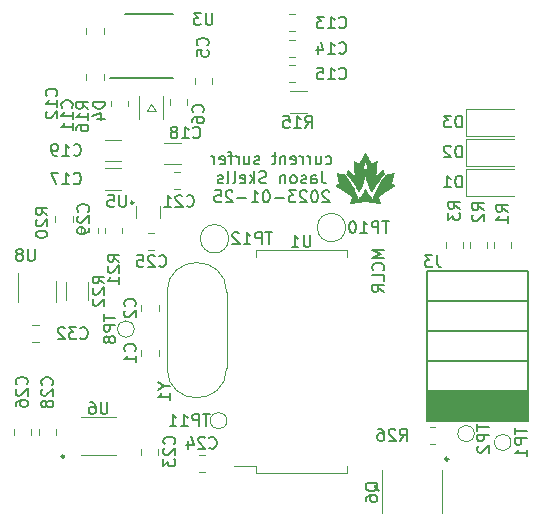
<source format=gbr>
%TF.GenerationSoftware,KiCad,Pcbnew,(6.0.4)*%
%TF.CreationDate,2023-01-27T10:26:40-05:00*%
%TF.ProjectId,charging_on_the_pad,63686172-6769-46e6-975f-6f6e5f746865,rev?*%
%TF.SameCoordinates,Original*%
%TF.FileFunction,Legend,Bot*%
%TF.FilePolarity,Positive*%
%FSLAX46Y46*%
G04 Gerber Fmt 4.6, Leading zero omitted, Abs format (unit mm)*
G04 Created by KiCad (PCBNEW (6.0.4)) date 2023-01-27 10:26:40*
%MOMM*%
%LPD*%
G01*
G04 APERTURE LIST*
%ADD10C,0.152400*%
%ADD11C,0.150000*%
%ADD12C,0.120000*%
%ADD13C,0.250000*%
%ADD14C,0.010000*%
%ADD15C,0.260000*%
G04 APERTURE END LIST*
D10*
X156109619Y-106084095D02*
X155093619Y-106084095D01*
X155819333Y-106422761D01*
X155093619Y-106761428D01*
X156109619Y-106761428D01*
X156012857Y-107825809D02*
X156061238Y-107777428D01*
X156109619Y-107632285D01*
X156109619Y-107535523D01*
X156061238Y-107390380D01*
X155964476Y-107293619D01*
X155867714Y-107245238D01*
X155674190Y-107196857D01*
X155529047Y-107196857D01*
X155335523Y-107245238D01*
X155238761Y-107293619D01*
X155142000Y-107390380D01*
X155093619Y-107535523D01*
X155093619Y-107632285D01*
X155142000Y-107777428D01*
X155190380Y-107825809D01*
X156109619Y-108745047D02*
X156109619Y-108261238D01*
X155093619Y-108261238D01*
X156109619Y-109664285D02*
X155625809Y-109325619D01*
X156109619Y-109083714D02*
X155093619Y-109083714D01*
X155093619Y-109470761D01*
X155142000Y-109567523D01*
X155190380Y-109615904D01*
X155287142Y-109664285D01*
X155432285Y-109664285D01*
X155529047Y-109615904D01*
X155577428Y-109567523D01*
X155625809Y-109470761D01*
X155625809Y-109083714D01*
D11*
X151171428Y-98794761D02*
X151266666Y-98842380D01*
X151457142Y-98842380D01*
X151552380Y-98794761D01*
X151600000Y-98747142D01*
X151647619Y-98651904D01*
X151647619Y-98366190D01*
X151600000Y-98270952D01*
X151552380Y-98223333D01*
X151457142Y-98175714D01*
X151266666Y-98175714D01*
X151171428Y-98223333D01*
X150314285Y-98175714D02*
X150314285Y-98842380D01*
X150742857Y-98175714D02*
X150742857Y-98699523D01*
X150695238Y-98794761D01*
X150600000Y-98842380D01*
X150457142Y-98842380D01*
X150361904Y-98794761D01*
X150314285Y-98747142D01*
X149838095Y-98842380D02*
X149838095Y-98175714D01*
X149838095Y-98366190D02*
X149790476Y-98270952D01*
X149742857Y-98223333D01*
X149647619Y-98175714D01*
X149552380Y-98175714D01*
X149219047Y-98842380D02*
X149219047Y-98175714D01*
X149219047Y-98366190D02*
X149171428Y-98270952D01*
X149123809Y-98223333D01*
X149028571Y-98175714D01*
X148933333Y-98175714D01*
X148219047Y-98794761D02*
X148314285Y-98842380D01*
X148504761Y-98842380D01*
X148600000Y-98794761D01*
X148647619Y-98699523D01*
X148647619Y-98318571D01*
X148600000Y-98223333D01*
X148504761Y-98175714D01*
X148314285Y-98175714D01*
X148219047Y-98223333D01*
X148171428Y-98318571D01*
X148171428Y-98413809D01*
X148647619Y-98509047D01*
X147742857Y-98175714D02*
X147742857Y-98842380D01*
X147742857Y-98270952D02*
X147695238Y-98223333D01*
X147600000Y-98175714D01*
X147457142Y-98175714D01*
X147361904Y-98223333D01*
X147314285Y-98318571D01*
X147314285Y-98842380D01*
X146980952Y-98175714D02*
X146600000Y-98175714D01*
X146838095Y-97842380D02*
X146838095Y-98699523D01*
X146790476Y-98794761D01*
X146695238Y-98842380D01*
X146600000Y-98842380D01*
X145552380Y-98794761D02*
X145457142Y-98842380D01*
X145266666Y-98842380D01*
X145171428Y-98794761D01*
X145123809Y-98699523D01*
X145123809Y-98651904D01*
X145171428Y-98556666D01*
X145266666Y-98509047D01*
X145409523Y-98509047D01*
X145504761Y-98461428D01*
X145552380Y-98366190D01*
X145552380Y-98318571D01*
X145504761Y-98223333D01*
X145409523Y-98175714D01*
X145266666Y-98175714D01*
X145171428Y-98223333D01*
X144266666Y-98175714D02*
X144266666Y-98842380D01*
X144695238Y-98175714D02*
X144695238Y-98699523D01*
X144647619Y-98794761D01*
X144552380Y-98842380D01*
X144409523Y-98842380D01*
X144314285Y-98794761D01*
X144266666Y-98747142D01*
X143790476Y-98842380D02*
X143790476Y-98175714D01*
X143790476Y-98366190D02*
X143742857Y-98270952D01*
X143695238Y-98223333D01*
X143600000Y-98175714D01*
X143504761Y-98175714D01*
X143314285Y-98175714D02*
X142933333Y-98175714D01*
X143171428Y-98842380D02*
X143171428Y-97985238D01*
X143123809Y-97890000D01*
X143028571Y-97842380D01*
X142933333Y-97842380D01*
X142219047Y-98794761D02*
X142314285Y-98842380D01*
X142504761Y-98842380D01*
X142600000Y-98794761D01*
X142647619Y-98699523D01*
X142647619Y-98318571D01*
X142600000Y-98223333D01*
X142504761Y-98175714D01*
X142314285Y-98175714D01*
X142219047Y-98223333D01*
X142171428Y-98318571D01*
X142171428Y-98413809D01*
X142647619Y-98509047D01*
X141742857Y-98842380D02*
X141742857Y-98175714D01*
X141742857Y-98366190D02*
X141695238Y-98270952D01*
X141647619Y-98223333D01*
X141552380Y-98175714D01*
X141457142Y-98175714D01*
X150838095Y-99452380D02*
X150838095Y-100166666D01*
X150885714Y-100309523D01*
X150980952Y-100404761D01*
X151123809Y-100452380D01*
X151219047Y-100452380D01*
X149933333Y-100452380D02*
X149933333Y-99928571D01*
X149980952Y-99833333D01*
X150076190Y-99785714D01*
X150266666Y-99785714D01*
X150361904Y-99833333D01*
X149933333Y-100404761D02*
X150028571Y-100452380D01*
X150266666Y-100452380D01*
X150361904Y-100404761D01*
X150409523Y-100309523D01*
X150409523Y-100214285D01*
X150361904Y-100119047D01*
X150266666Y-100071428D01*
X150028571Y-100071428D01*
X149933333Y-100023809D01*
X149504761Y-100404761D02*
X149409523Y-100452380D01*
X149219047Y-100452380D01*
X149123809Y-100404761D01*
X149076190Y-100309523D01*
X149076190Y-100261904D01*
X149123809Y-100166666D01*
X149219047Y-100119047D01*
X149361904Y-100119047D01*
X149457142Y-100071428D01*
X149504761Y-99976190D01*
X149504761Y-99928571D01*
X149457142Y-99833333D01*
X149361904Y-99785714D01*
X149219047Y-99785714D01*
X149123809Y-99833333D01*
X148504761Y-100452380D02*
X148600000Y-100404761D01*
X148647619Y-100357142D01*
X148695238Y-100261904D01*
X148695238Y-99976190D01*
X148647619Y-99880952D01*
X148600000Y-99833333D01*
X148504761Y-99785714D01*
X148361904Y-99785714D01*
X148266666Y-99833333D01*
X148219047Y-99880952D01*
X148171428Y-99976190D01*
X148171428Y-100261904D01*
X148219047Y-100357142D01*
X148266666Y-100404761D01*
X148361904Y-100452380D01*
X148504761Y-100452380D01*
X147742857Y-99785714D02*
X147742857Y-100452380D01*
X147742857Y-99880952D02*
X147695238Y-99833333D01*
X147600000Y-99785714D01*
X147457142Y-99785714D01*
X147361904Y-99833333D01*
X147314285Y-99928571D01*
X147314285Y-100452380D01*
X146123809Y-100404761D02*
X145980952Y-100452380D01*
X145742857Y-100452380D01*
X145647619Y-100404761D01*
X145600000Y-100357142D01*
X145552380Y-100261904D01*
X145552380Y-100166666D01*
X145600000Y-100071428D01*
X145647619Y-100023809D01*
X145742857Y-99976190D01*
X145933333Y-99928571D01*
X146028571Y-99880952D01*
X146076190Y-99833333D01*
X146123809Y-99738095D01*
X146123809Y-99642857D01*
X146076190Y-99547619D01*
X146028571Y-99500000D01*
X145933333Y-99452380D01*
X145695238Y-99452380D01*
X145552380Y-99500000D01*
X145123809Y-100452380D02*
X145123809Y-99452380D01*
X145028571Y-100071428D02*
X144742857Y-100452380D01*
X144742857Y-99785714D02*
X145123809Y-100166666D01*
X143933333Y-100404761D02*
X144028571Y-100452380D01*
X144219047Y-100452380D01*
X144314285Y-100404761D01*
X144361904Y-100309523D01*
X144361904Y-99928571D01*
X144314285Y-99833333D01*
X144219047Y-99785714D01*
X144028571Y-99785714D01*
X143933333Y-99833333D01*
X143885714Y-99928571D01*
X143885714Y-100023809D01*
X144361904Y-100119047D01*
X143314285Y-100452380D02*
X143409523Y-100404761D01*
X143457142Y-100309523D01*
X143457142Y-99452380D01*
X142790476Y-100452380D02*
X142885714Y-100404761D01*
X142933333Y-100309523D01*
X142933333Y-99452380D01*
X142457142Y-100404761D02*
X142361904Y-100452380D01*
X142171428Y-100452380D01*
X142076190Y-100404761D01*
X142028571Y-100309523D01*
X142028571Y-100261904D01*
X142076190Y-100166666D01*
X142171428Y-100119047D01*
X142314285Y-100119047D01*
X142409523Y-100071428D01*
X142457142Y-99976190D01*
X142457142Y-99928571D01*
X142409523Y-99833333D01*
X142314285Y-99785714D01*
X142171428Y-99785714D01*
X142076190Y-99833333D01*
X151457142Y-101157619D02*
X151409523Y-101110000D01*
X151314285Y-101062380D01*
X151076190Y-101062380D01*
X150980952Y-101110000D01*
X150933333Y-101157619D01*
X150885714Y-101252857D01*
X150885714Y-101348095D01*
X150933333Y-101490952D01*
X151504761Y-102062380D01*
X150885714Y-102062380D01*
X150266666Y-101062380D02*
X150171428Y-101062380D01*
X150076190Y-101110000D01*
X150028571Y-101157619D01*
X149980952Y-101252857D01*
X149933333Y-101443333D01*
X149933333Y-101681428D01*
X149980952Y-101871904D01*
X150028571Y-101967142D01*
X150076190Y-102014761D01*
X150171428Y-102062380D01*
X150266666Y-102062380D01*
X150361904Y-102014761D01*
X150409523Y-101967142D01*
X150457142Y-101871904D01*
X150504761Y-101681428D01*
X150504761Y-101443333D01*
X150457142Y-101252857D01*
X150409523Y-101157619D01*
X150361904Y-101110000D01*
X150266666Y-101062380D01*
X149552380Y-101157619D02*
X149504761Y-101110000D01*
X149409523Y-101062380D01*
X149171428Y-101062380D01*
X149076190Y-101110000D01*
X149028571Y-101157619D01*
X148980952Y-101252857D01*
X148980952Y-101348095D01*
X149028571Y-101490952D01*
X149600000Y-102062380D01*
X148980952Y-102062380D01*
X148647619Y-101062380D02*
X148028571Y-101062380D01*
X148361904Y-101443333D01*
X148219047Y-101443333D01*
X148123809Y-101490952D01*
X148076190Y-101538571D01*
X148028571Y-101633809D01*
X148028571Y-101871904D01*
X148076190Y-101967142D01*
X148123809Y-102014761D01*
X148219047Y-102062380D01*
X148504761Y-102062380D01*
X148600000Y-102014761D01*
X148647619Y-101967142D01*
X147600000Y-101681428D02*
X146838095Y-101681428D01*
X146171428Y-101062380D02*
X146076190Y-101062380D01*
X145980952Y-101110000D01*
X145933333Y-101157619D01*
X145885714Y-101252857D01*
X145838095Y-101443333D01*
X145838095Y-101681428D01*
X145885714Y-101871904D01*
X145933333Y-101967142D01*
X145980952Y-102014761D01*
X146076190Y-102062380D01*
X146171428Y-102062380D01*
X146266666Y-102014761D01*
X146314285Y-101967142D01*
X146361904Y-101871904D01*
X146409523Y-101681428D01*
X146409523Y-101443333D01*
X146361904Y-101252857D01*
X146314285Y-101157619D01*
X146266666Y-101110000D01*
X146171428Y-101062380D01*
X144885714Y-102062380D02*
X145457142Y-102062380D01*
X145171428Y-102062380D02*
X145171428Y-101062380D01*
X145266666Y-101205238D01*
X145361904Y-101300476D01*
X145457142Y-101348095D01*
X144457142Y-101681428D02*
X143695238Y-101681428D01*
X143266666Y-101157619D02*
X143219047Y-101110000D01*
X143123809Y-101062380D01*
X142885714Y-101062380D01*
X142790476Y-101110000D01*
X142742857Y-101157619D01*
X142695238Y-101252857D01*
X142695238Y-101348095D01*
X142742857Y-101490952D01*
X143314285Y-102062380D01*
X142695238Y-102062380D01*
X141790476Y-101062380D02*
X142266666Y-101062380D01*
X142314285Y-101538571D01*
X142266666Y-101490952D01*
X142171428Y-101443333D01*
X141933333Y-101443333D01*
X141838095Y-101490952D01*
X141790476Y-101538571D01*
X141742857Y-101633809D01*
X141742857Y-101871904D01*
X141790476Y-101967142D01*
X141838095Y-102014761D01*
X141933333Y-102062380D01*
X142171428Y-102062380D01*
X142266666Y-102014761D01*
X142314285Y-101967142D01*
%TO.C,R15*%
X149442857Y-95752380D02*
X149776190Y-95276190D01*
X150014285Y-95752380D02*
X150014285Y-94752380D01*
X149633333Y-94752380D01*
X149538095Y-94800000D01*
X149490476Y-94847619D01*
X149442857Y-94942857D01*
X149442857Y-95085714D01*
X149490476Y-95180952D01*
X149538095Y-95228571D01*
X149633333Y-95276190D01*
X150014285Y-95276190D01*
X148490476Y-95752380D02*
X149061904Y-95752380D01*
X148776190Y-95752380D02*
X148776190Y-94752380D01*
X148871428Y-94895238D01*
X148966666Y-94990476D01*
X149061904Y-95038095D01*
X147585714Y-94752380D02*
X148061904Y-94752380D01*
X148109523Y-95228571D01*
X148061904Y-95180952D01*
X147966666Y-95133333D01*
X147728571Y-95133333D01*
X147633333Y-95180952D01*
X147585714Y-95228571D01*
X147538095Y-95323809D01*
X147538095Y-95561904D01*
X147585714Y-95657142D01*
X147633333Y-95704761D01*
X147728571Y-95752380D01*
X147966666Y-95752380D01*
X148061904Y-95704761D01*
X148109523Y-95657142D01*
%TO.C,C28*%
X127992142Y-117517142D02*
X128039761Y-117469523D01*
X128087380Y-117326666D01*
X128087380Y-117231428D01*
X128039761Y-117088571D01*
X127944523Y-116993333D01*
X127849285Y-116945714D01*
X127658809Y-116898095D01*
X127515952Y-116898095D01*
X127325476Y-116945714D01*
X127230238Y-116993333D01*
X127135000Y-117088571D01*
X127087380Y-117231428D01*
X127087380Y-117326666D01*
X127135000Y-117469523D01*
X127182619Y-117517142D01*
X127182619Y-117898095D02*
X127135000Y-117945714D01*
X127087380Y-118040952D01*
X127087380Y-118279047D01*
X127135000Y-118374285D01*
X127182619Y-118421904D01*
X127277857Y-118469523D01*
X127373095Y-118469523D01*
X127515952Y-118421904D01*
X128087380Y-117850476D01*
X128087380Y-118469523D01*
X127515952Y-119040952D02*
X127468333Y-118945714D01*
X127420714Y-118898095D01*
X127325476Y-118850476D01*
X127277857Y-118850476D01*
X127182619Y-118898095D01*
X127135000Y-118945714D01*
X127087380Y-119040952D01*
X127087380Y-119231428D01*
X127135000Y-119326666D01*
X127182619Y-119374285D01*
X127277857Y-119421904D01*
X127325476Y-119421904D01*
X127420714Y-119374285D01*
X127468333Y-119326666D01*
X127515952Y-119231428D01*
X127515952Y-119040952D01*
X127563571Y-118945714D01*
X127611190Y-118898095D01*
X127706428Y-118850476D01*
X127896904Y-118850476D01*
X127992142Y-118898095D01*
X128039761Y-118945714D01*
X128087380Y-119040952D01*
X128087380Y-119231428D01*
X128039761Y-119326666D01*
X127992142Y-119374285D01*
X127896904Y-119421904D01*
X127706428Y-119421904D01*
X127611190Y-119374285D01*
X127563571Y-119326666D01*
X127515952Y-119231428D01*
%TO.C,TP12*%
X146638095Y-104602380D02*
X146066666Y-104602380D01*
X146352380Y-105602380D02*
X146352380Y-104602380D01*
X145733333Y-105602380D02*
X145733333Y-104602380D01*
X145352380Y-104602380D01*
X145257142Y-104650000D01*
X145209523Y-104697619D01*
X145161904Y-104792857D01*
X145161904Y-104935714D01*
X145209523Y-105030952D01*
X145257142Y-105078571D01*
X145352380Y-105126190D01*
X145733333Y-105126190D01*
X144209523Y-105602380D02*
X144780952Y-105602380D01*
X144495238Y-105602380D02*
X144495238Y-104602380D01*
X144590476Y-104745238D01*
X144685714Y-104840476D01*
X144780952Y-104888095D01*
X143828571Y-104697619D02*
X143780952Y-104650000D01*
X143685714Y-104602380D01*
X143447619Y-104602380D01*
X143352380Y-104650000D01*
X143304761Y-104697619D01*
X143257142Y-104792857D01*
X143257142Y-104888095D01*
X143304761Y-105030952D01*
X143876190Y-105602380D01*
X143257142Y-105602380D01*
%TO.C,R3*%
X162529780Y-102601733D02*
X162053590Y-102268400D01*
X162529780Y-102030304D02*
X161529780Y-102030304D01*
X161529780Y-102411257D01*
X161577400Y-102506495D01*
X161625019Y-102554114D01*
X161720257Y-102601733D01*
X161863114Y-102601733D01*
X161958352Y-102554114D01*
X162005971Y-102506495D01*
X162053590Y-102411257D01*
X162053590Y-102030304D01*
X161529780Y-102935066D02*
X161529780Y-103554114D01*
X161910733Y-103220780D01*
X161910733Y-103363638D01*
X161958352Y-103458876D01*
X162005971Y-103506495D01*
X162101209Y-103554114D01*
X162339304Y-103554114D01*
X162434542Y-103506495D01*
X162482161Y-103458876D01*
X162529780Y-103363638D01*
X162529780Y-103077923D01*
X162482161Y-102982685D01*
X162434542Y-102935066D01*
%TO.C,U5*%
X134261904Y-101452380D02*
X134261904Y-102261904D01*
X134214285Y-102357142D01*
X134166666Y-102404761D01*
X134071428Y-102452380D01*
X133880952Y-102452380D01*
X133785714Y-102404761D01*
X133738095Y-102357142D01*
X133690476Y-102261904D01*
X133690476Y-101452380D01*
X132738095Y-101452380D02*
X133214285Y-101452380D01*
X133261904Y-101928571D01*
X133214285Y-101880952D01*
X133119047Y-101833333D01*
X132880952Y-101833333D01*
X132785714Y-101880952D01*
X132738095Y-101928571D01*
X132690476Y-102023809D01*
X132690476Y-102261904D01*
X132738095Y-102357142D01*
X132785714Y-102404761D01*
X132880952Y-102452380D01*
X133119047Y-102452380D01*
X133214285Y-102404761D01*
X133261904Y-102357142D01*
%TO.C,D2*%
X162688495Y-98267780D02*
X162688495Y-97267780D01*
X162450400Y-97267780D01*
X162307542Y-97315400D01*
X162212304Y-97410638D01*
X162164685Y-97505876D01*
X162117066Y-97696352D01*
X162117066Y-97839209D01*
X162164685Y-98029685D01*
X162212304Y-98124923D01*
X162307542Y-98220161D01*
X162450400Y-98267780D01*
X162688495Y-98267780D01*
X161736114Y-97363019D02*
X161688495Y-97315400D01*
X161593257Y-97267780D01*
X161355161Y-97267780D01*
X161259923Y-97315400D01*
X161212304Y-97363019D01*
X161164685Y-97458257D01*
X161164685Y-97553495D01*
X161212304Y-97696352D01*
X161783733Y-98267780D01*
X161164685Y-98267780D01*
%TO.C,C26*%
X125833142Y-117486142D02*
X125880761Y-117438523D01*
X125928380Y-117295666D01*
X125928380Y-117200428D01*
X125880761Y-117057571D01*
X125785523Y-116962333D01*
X125690285Y-116914714D01*
X125499809Y-116867095D01*
X125356952Y-116867095D01*
X125166476Y-116914714D01*
X125071238Y-116962333D01*
X124976000Y-117057571D01*
X124928380Y-117200428D01*
X124928380Y-117295666D01*
X124976000Y-117438523D01*
X125023619Y-117486142D01*
X125023619Y-117867095D02*
X124976000Y-117914714D01*
X124928380Y-118009952D01*
X124928380Y-118248047D01*
X124976000Y-118343285D01*
X125023619Y-118390904D01*
X125118857Y-118438523D01*
X125214095Y-118438523D01*
X125356952Y-118390904D01*
X125928380Y-117819476D01*
X125928380Y-118438523D01*
X124928380Y-119295666D02*
X124928380Y-119105190D01*
X124976000Y-119009952D01*
X125023619Y-118962333D01*
X125166476Y-118867095D01*
X125356952Y-118819476D01*
X125737904Y-118819476D01*
X125833142Y-118867095D01*
X125880761Y-118914714D01*
X125928380Y-119009952D01*
X125928380Y-119200428D01*
X125880761Y-119295666D01*
X125833142Y-119343285D01*
X125737904Y-119390904D01*
X125499809Y-119390904D01*
X125404571Y-119343285D01*
X125356952Y-119295666D01*
X125309333Y-119200428D01*
X125309333Y-119009952D01*
X125356952Y-118914714D01*
X125404571Y-118867095D01*
X125499809Y-118819476D01*
%TO.C,R21*%
X133700780Y-107078542D02*
X133224590Y-106745209D01*
X133700780Y-106507114D02*
X132700780Y-106507114D01*
X132700780Y-106888066D01*
X132748400Y-106983304D01*
X132796019Y-107030923D01*
X132891257Y-107078542D01*
X133034114Y-107078542D01*
X133129352Y-107030923D01*
X133176971Y-106983304D01*
X133224590Y-106888066D01*
X133224590Y-106507114D01*
X132796019Y-107459495D02*
X132748400Y-107507114D01*
X132700780Y-107602352D01*
X132700780Y-107840447D01*
X132748400Y-107935685D01*
X132796019Y-107983304D01*
X132891257Y-108030923D01*
X132986495Y-108030923D01*
X133129352Y-107983304D01*
X133700780Y-107411876D01*
X133700780Y-108030923D01*
X133700780Y-108983304D02*
X133700780Y-108411876D01*
X133700780Y-108697590D02*
X132700780Y-108697590D01*
X132843638Y-108602352D01*
X132938876Y-108507114D01*
X132986495Y-108411876D01*
%TO.C,J3*%
X160583333Y-106552380D02*
X160583333Y-107266666D01*
X160630952Y-107409523D01*
X160726190Y-107504761D01*
X160869047Y-107552380D01*
X160964285Y-107552380D01*
X160202380Y-106552380D02*
X159583333Y-106552380D01*
X159916666Y-106933333D01*
X159773809Y-106933333D01*
X159678571Y-106980952D01*
X159630952Y-107028571D01*
X159583333Y-107123809D01*
X159583333Y-107361904D01*
X159630952Y-107457142D01*
X159678571Y-107504761D01*
X159773809Y-107552380D01*
X160059523Y-107552380D01*
X160154761Y-107504761D01*
X160202380Y-107457142D01*
%TO.C,C6*%
X140757142Y-94433333D02*
X140804761Y-94385714D01*
X140852380Y-94242857D01*
X140852380Y-94147619D01*
X140804761Y-94004761D01*
X140709523Y-93909523D01*
X140614285Y-93861904D01*
X140423809Y-93814285D01*
X140280952Y-93814285D01*
X140090476Y-93861904D01*
X139995238Y-93909523D01*
X139900000Y-94004761D01*
X139852380Y-94147619D01*
X139852380Y-94242857D01*
X139900000Y-94385714D01*
X139947619Y-94433333D01*
X139852380Y-95290476D02*
X139852380Y-95100000D01*
X139900000Y-95004761D01*
X139947619Y-94957142D01*
X140090476Y-94861904D01*
X140280952Y-94814285D01*
X140661904Y-94814285D01*
X140757142Y-94861904D01*
X140804761Y-94909523D01*
X140852380Y-95004761D01*
X140852380Y-95195238D01*
X140804761Y-95290476D01*
X140757142Y-95338095D01*
X140661904Y-95385714D01*
X140423809Y-95385714D01*
X140328571Y-95338095D01*
X140280952Y-95290476D01*
X140233333Y-95195238D01*
X140233333Y-95004761D01*
X140280952Y-94909523D01*
X140328571Y-94861904D01*
X140423809Y-94814285D01*
%TO.C,C18*%
X139942857Y-96557142D02*
X139990476Y-96604761D01*
X140133333Y-96652380D01*
X140228571Y-96652380D01*
X140371428Y-96604761D01*
X140466666Y-96509523D01*
X140514285Y-96414285D01*
X140561904Y-96223809D01*
X140561904Y-96080952D01*
X140514285Y-95890476D01*
X140466666Y-95795238D01*
X140371428Y-95700000D01*
X140228571Y-95652380D01*
X140133333Y-95652380D01*
X139990476Y-95700000D01*
X139942857Y-95747619D01*
X138990476Y-96652380D02*
X139561904Y-96652380D01*
X139276190Y-96652380D02*
X139276190Y-95652380D01*
X139371428Y-95795238D01*
X139466666Y-95890476D01*
X139561904Y-95938095D01*
X138419047Y-96080952D02*
X138514285Y-96033333D01*
X138561904Y-95985714D01*
X138609523Y-95890476D01*
X138609523Y-95842857D01*
X138561904Y-95747619D01*
X138514285Y-95700000D01*
X138419047Y-95652380D01*
X138228571Y-95652380D01*
X138133333Y-95700000D01*
X138085714Y-95747619D01*
X138038095Y-95842857D01*
X138038095Y-95890476D01*
X138085714Y-95985714D01*
X138133333Y-96033333D01*
X138228571Y-96080952D01*
X138419047Y-96080952D01*
X138514285Y-96128571D01*
X138561904Y-96176190D01*
X138609523Y-96271428D01*
X138609523Y-96461904D01*
X138561904Y-96557142D01*
X138514285Y-96604761D01*
X138419047Y-96652380D01*
X138228571Y-96652380D01*
X138133333Y-96604761D01*
X138085714Y-96557142D01*
X138038095Y-96461904D01*
X138038095Y-96271428D01*
X138085714Y-96176190D01*
X138133333Y-96128571D01*
X138228571Y-96080952D01*
%TO.C,C2*%
X135002542Y-110856733D02*
X135050161Y-110809114D01*
X135097780Y-110666257D01*
X135097780Y-110571019D01*
X135050161Y-110428161D01*
X134954923Y-110332923D01*
X134859685Y-110285304D01*
X134669209Y-110237685D01*
X134526352Y-110237685D01*
X134335876Y-110285304D01*
X134240638Y-110332923D01*
X134145400Y-110428161D01*
X134097780Y-110571019D01*
X134097780Y-110666257D01*
X134145400Y-110809114D01*
X134193019Y-110856733D01*
X134193019Y-111237685D02*
X134145400Y-111285304D01*
X134097780Y-111380542D01*
X134097780Y-111618638D01*
X134145400Y-111713876D01*
X134193019Y-111761495D01*
X134288257Y-111809114D01*
X134383495Y-111809114D01*
X134526352Y-111761495D01*
X135097780Y-111190066D01*
X135097780Y-111809114D01*
%TO.C,C12*%
X128357142Y-93057142D02*
X128404761Y-93009523D01*
X128452380Y-92866666D01*
X128452380Y-92771428D01*
X128404761Y-92628571D01*
X128309523Y-92533333D01*
X128214285Y-92485714D01*
X128023809Y-92438095D01*
X127880952Y-92438095D01*
X127690476Y-92485714D01*
X127595238Y-92533333D01*
X127500000Y-92628571D01*
X127452380Y-92771428D01*
X127452380Y-92866666D01*
X127500000Y-93009523D01*
X127547619Y-93057142D01*
X128452380Y-94009523D02*
X128452380Y-93438095D01*
X128452380Y-93723809D02*
X127452380Y-93723809D01*
X127595238Y-93628571D01*
X127690476Y-93533333D01*
X127738095Y-93438095D01*
X127547619Y-94390476D02*
X127500000Y-94438095D01*
X127452380Y-94533333D01*
X127452380Y-94771428D01*
X127500000Y-94866666D01*
X127547619Y-94914285D01*
X127642857Y-94961904D01*
X127738095Y-94961904D01*
X127880952Y-94914285D01*
X128452380Y-94342857D01*
X128452380Y-94961904D01*
%TO.C,C23*%
X138329942Y-122521142D02*
X138377561Y-122473523D01*
X138425180Y-122330666D01*
X138425180Y-122235428D01*
X138377561Y-122092571D01*
X138282323Y-121997333D01*
X138187085Y-121949714D01*
X137996609Y-121902095D01*
X137853752Y-121902095D01*
X137663276Y-121949714D01*
X137568038Y-121997333D01*
X137472800Y-122092571D01*
X137425180Y-122235428D01*
X137425180Y-122330666D01*
X137472800Y-122473523D01*
X137520419Y-122521142D01*
X137520419Y-122902095D02*
X137472800Y-122949714D01*
X137425180Y-123044952D01*
X137425180Y-123283047D01*
X137472800Y-123378285D01*
X137520419Y-123425904D01*
X137615657Y-123473523D01*
X137710895Y-123473523D01*
X137853752Y-123425904D01*
X138425180Y-122854476D01*
X138425180Y-123473523D01*
X137425180Y-123806857D02*
X137425180Y-124425904D01*
X137806133Y-124092571D01*
X137806133Y-124235428D01*
X137853752Y-124330666D01*
X137901371Y-124378285D01*
X137996609Y-124425904D01*
X138234704Y-124425904D01*
X138329942Y-124378285D01*
X138377561Y-124330666D01*
X138425180Y-124235428D01*
X138425180Y-123949714D01*
X138377561Y-123854476D01*
X138329942Y-123806857D01*
%TO.C,Q6*%
X155640019Y-126515761D02*
X155592400Y-126420523D01*
X155497161Y-126325285D01*
X155354304Y-126182428D01*
X155306685Y-126087190D01*
X155306685Y-125991952D01*
X155544780Y-126039571D02*
X155497161Y-125944333D01*
X155401923Y-125849095D01*
X155211447Y-125801476D01*
X154878114Y-125801476D01*
X154687638Y-125849095D01*
X154592400Y-125944333D01*
X154544780Y-126039571D01*
X154544780Y-126230047D01*
X154592400Y-126325285D01*
X154687638Y-126420523D01*
X154878114Y-126468142D01*
X155211447Y-126468142D01*
X155401923Y-126420523D01*
X155497161Y-126325285D01*
X155544780Y-126230047D01*
X155544780Y-126039571D01*
X154544780Y-127325285D02*
X154544780Y-127134809D01*
X154592400Y-127039571D01*
X154640019Y-126991952D01*
X154782876Y-126896714D01*
X154973352Y-126849095D01*
X155354304Y-126849095D01*
X155449542Y-126896714D01*
X155497161Y-126944333D01*
X155544780Y-127039571D01*
X155544780Y-127230047D01*
X155497161Y-127325285D01*
X155449542Y-127372904D01*
X155354304Y-127420523D01*
X155116209Y-127420523D01*
X155020971Y-127372904D01*
X154973352Y-127325285D01*
X154925733Y-127230047D01*
X154925733Y-127039571D01*
X154973352Y-126944333D01*
X155020971Y-126896714D01*
X155116209Y-126849095D01*
%TO.C,C11*%
X129657142Y-94057142D02*
X129704761Y-94009523D01*
X129752380Y-93866666D01*
X129752380Y-93771428D01*
X129704761Y-93628571D01*
X129609523Y-93533333D01*
X129514285Y-93485714D01*
X129323809Y-93438095D01*
X129180952Y-93438095D01*
X128990476Y-93485714D01*
X128895238Y-93533333D01*
X128800000Y-93628571D01*
X128752380Y-93771428D01*
X128752380Y-93866666D01*
X128800000Y-94009523D01*
X128847619Y-94057142D01*
X129752380Y-95009523D02*
X129752380Y-94438095D01*
X129752380Y-94723809D02*
X128752380Y-94723809D01*
X128895238Y-94628571D01*
X128990476Y-94533333D01*
X129038095Y-94438095D01*
X129752380Y-95961904D02*
X129752380Y-95390476D01*
X129752380Y-95676190D02*
X128752380Y-95676190D01*
X128895238Y-95580952D01*
X128990476Y-95485714D01*
X129038095Y-95390476D01*
%TO.C,U6*%
X132682904Y-118984780D02*
X132682904Y-119794304D01*
X132635285Y-119889542D01*
X132587666Y-119937161D01*
X132492428Y-119984780D01*
X132301952Y-119984780D01*
X132206714Y-119937161D01*
X132159095Y-119889542D01*
X132111476Y-119794304D01*
X132111476Y-118984780D01*
X131206714Y-118984780D02*
X131397190Y-118984780D01*
X131492428Y-119032400D01*
X131540047Y-119080019D01*
X131635285Y-119222876D01*
X131682904Y-119413352D01*
X131682904Y-119794304D01*
X131635285Y-119889542D01*
X131587666Y-119937161D01*
X131492428Y-119984780D01*
X131301952Y-119984780D01*
X131206714Y-119937161D01*
X131159095Y-119889542D01*
X131111476Y-119794304D01*
X131111476Y-119556209D01*
X131159095Y-119460971D01*
X131206714Y-119413352D01*
X131301952Y-119365733D01*
X131492428Y-119365733D01*
X131587666Y-119413352D01*
X131635285Y-119460971D01*
X131682904Y-119556209D01*
%TO.C,C15*%
X152306257Y-91568542D02*
X152353876Y-91616161D01*
X152496733Y-91663780D01*
X152591971Y-91663780D01*
X152734828Y-91616161D01*
X152830066Y-91520923D01*
X152877685Y-91425685D01*
X152925304Y-91235209D01*
X152925304Y-91092352D01*
X152877685Y-90901876D01*
X152830066Y-90806638D01*
X152734828Y-90711400D01*
X152591971Y-90663780D01*
X152496733Y-90663780D01*
X152353876Y-90711400D01*
X152306257Y-90759019D01*
X151353876Y-91663780D02*
X151925304Y-91663780D01*
X151639590Y-91663780D02*
X151639590Y-90663780D01*
X151734828Y-90806638D01*
X151830066Y-90901876D01*
X151925304Y-90949495D01*
X150449114Y-90663780D02*
X150925304Y-90663780D01*
X150972923Y-91139971D01*
X150925304Y-91092352D01*
X150830066Y-91044733D01*
X150591971Y-91044733D01*
X150496733Y-91092352D01*
X150449114Y-91139971D01*
X150401495Y-91235209D01*
X150401495Y-91473304D01*
X150449114Y-91568542D01*
X150496733Y-91616161D01*
X150591971Y-91663780D01*
X150830066Y-91663780D01*
X150925304Y-91616161D01*
X150972923Y-91568542D01*
%TO.C,C1*%
X135002542Y-114666733D02*
X135050161Y-114619114D01*
X135097780Y-114476257D01*
X135097780Y-114381019D01*
X135050161Y-114238161D01*
X134954923Y-114142923D01*
X134859685Y-114095304D01*
X134669209Y-114047685D01*
X134526352Y-114047685D01*
X134335876Y-114095304D01*
X134240638Y-114142923D01*
X134145400Y-114238161D01*
X134097780Y-114381019D01*
X134097780Y-114476257D01*
X134145400Y-114619114D01*
X134193019Y-114666733D01*
X135097780Y-115619114D02*
X135097780Y-115047685D01*
X135097780Y-115333400D02*
X134097780Y-115333400D01*
X134240638Y-115238161D01*
X134335876Y-115142923D01*
X134383495Y-115047685D01*
%TO.C,C29*%
X131037142Y-102847142D02*
X131084761Y-102799523D01*
X131132380Y-102656666D01*
X131132380Y-102561428D01*
X131084761Y-102418571D01*
X130989523Y-102323333D01*
X130894285Y-102275714D01*
X130703809Y-102228095D01*
X130560952Y-102228095D01*
X130370476Y-102275714D01*
X130275238Y-102323333D01*
X130180000Y-102418571D01*
X130132380Y-102561428D01*
X130132380Y-102656666D01*
X130180000Y-102799523D01*
X130227619Y-102847142D01*
X130227619Y-103228095D02*
X130180000Y-103275714D01*
X130132380Y-103370952D01*
X130132380Y-103609047D01*
X130180000Y-103704285D01*
X130227619Y-103751904D01*
X130322857Y-103799523D01*
X130418095Y-103799523D01*
X130560952Y-103751904D01*
X131132380Y-103180476D01*
X131132380Y-103799523D01*
X131132380Y-104275714D02*
X131132380Y-104466190D01*
X131084761Y-104561428D01*
X131037142Y-104609047D01*
X130894285Y-104704285D01*
X130703809Y-104751904D01*
X130322857Y-104751904D01*
X130227619Y-104704285D01*
X130180000Y-104656666D01*
X130132380Y-104561428D01*
X130132380Y-104370952D01*
X130180000Y-104275714D01*
X130227619Y-104228095D01*
X130322857Y-104180476D01*
X130560952Y-104180476D01*
X130656190Y-104228095D01*
X130703809Y-104275714D01*
X130751428Y-104370952D01*
X130751428Y-104561428D01*
X130703809Y-104656666D01*
X130656190Y-104704285D01*
X130560952Y-104751904D01*
%TO.C,TP8*%
X132352380Y-111538095D02*
X132352380Y-112109523D01*
X133352380Y-111823809D02*
X132352380Y-111823809D01*
X133352380Y-112442857D02*
X132352380Y-112442857D01*
X132352380Y-112823809D01*
X132400000Y-112919047D01*
X132447619Y-112966666D01*
X132542857Y-113014285D01*
X132685714Y-113014285D01*
X132780952Y-112966666D01*
X132828571Y-112919047D01*
X132876190Y-112823809D01*
X132876190Y-112442857D01*
X132780952Y-113585714D02*
X132733333Y-113490476D01*
X132685714Y-113442857D01*
X132590476Y-113395238D01*
X132542857Y-113395238D01*
X132447619Y-113442857D01*
X132400000Y-113490476D01*
X132352380Y-113585714D01*
X132352380Y-113776190D01*
X132400000Y-113871428D01*
X132447619Y-113919047D01*
X132542857Y-113966666D01*
X132590476Y-113966666D01*
X132685714Y-113919047D01*
X132733333Y-113871428D01*
X132780952Y-113776190D01*
X132780952Y-113585714D01*
X132828571Y-113490476D01*
X132876190Y-113442857D01*
X132971428Y-113395238D01*
X133161904Y-113395238D01*
X133257142Y-113442857D01*
X133304761Y-113490476D01*
X133352380Y-113585714D01*
X133352380Y-113776190D01*
X133304761Y-113871428D01*
X133257142Y-113919047D01*
X133161904Y-113966666D01*
X132971428Y-113966666D01*
X132876190Y-113919047D01*
X132828571Y-113871428D01*
X132780952Y-113776190D01*
%TO.C,C13*%
X152306257Y-87250542D02*
X152353876Y-87298161D01*
X152496733Y-87345780D01*
X152591971Y-87345780D01*
X152734828Y-87298161D01*
X152830066Y-87202923D01*
X152877685Y-87107685D01*
X152925304Y-86917209D01*
X152925304Y-86774352D01*
X152877685Y-86583876D01*
X152830066Y-86488638D01*
X152734828Y-86393400D01*
X152591971Y-86345780D01*
X152496733Y-86345780D01*
X152353876Y-86393400D01*
X152306257Y-86441019D01*
X151353876Y-87345780D02*
X151925304Y-87345780D01*
X151639590Y-87345780D02*
X151639590Y-86345780D01*
X151734828Y-86488638D01*
X151830066Y-86583876D01*
X151925304Y-86631495D01*
X151020542Y-86345780D02*
X150401495Y-86345780D01*
X150734828Y-86726733D01*
X150591971Y-86726733D01*
X150496733Y-86774352D01*
X150449114Y-86821971D01*
X150401495Y-86917209D01*
X150401495Y-87155304D01*
X150449114Y-87250542D01*
X150496733Y-87298161D01*
X150591971Y-87345780D01*
X150877685Y-87345780D01*
X150972923Y-87298161D01*
X151020542Y-87250542D01*
%TO.C,C24*%
X141308057Y-122832342D02*
X141355676Y-122879961D01*
X141498533Y-122927580D01*
X141593771Y-122927580D01*
X141736628Y-122879961D01*
X141831866Y-122784723D01*
X141879485Y-122689485D01*
X141927104Y-122499009D01*
X141927104Y-122356152D01*
X141879485Y-122165676D01*
X141831866Y-122070438D01*
X141736628Y-121975200D01*
X141593771Y-121927580D01*
X141498533Y-121927580D01*
X141355676Y-121975200D01*
X141308057Y-122022819D01*
X140927104Y-122022819D02*
X140879485Y-121975200D01*
X140784247Y-121927580D01*
X140546152Y-121927580D01*
X140450914Y-121975200D01*
X140403295Y-122022819D01*
X140355676Y-122118057D01*
X140355676Y-122213295D01*
X140403295Y-122356152D01*
X140974723Y-122927580D01*
X140355676Y-122927580D01*
X139498533Y-122260914D02*
X139498533Y-122927580D01*
X139736628Y-121879961D02*
X139974723Y-122594247D01*
X139355676Y-122594247D01*
%TO.C,TP1*%
X167202380Y-121138095D02*
X167202380Y-121709523D01*
X168202380Y-121423809D02*
X167202380Y-121423809D01*
X168202380Y-122042857D02*
X167202380Y-122042857D01*
X167202380Y-122423809D01*
X167250000Y-122519047D01*
X167297619Y-122566666D01*
X167392857Y-122614285D01*
X167535714Y-122614285D01*
X167630952Y-122566666D01*
X167678571Y-122519047D01*
X167726190Y-122423809D01*
X167726190Y-122042857D01*
X168202380Y-123566666D02*
X168202380Y-122995238D01*
X168202380Y-123280952D02*
X167202380Y-123280952D01*
X167345238Y-123185714D01*
X167440476Y-123090476D01*
X167488095Y-122995238D01*
%TO.C,D3*%
X162688495Y-95727780D02*
X162688495Y-94727780D01*
X162450400Y-94727780D01*
X162307542Y-94775400D01*
X162212304Y-94870638D01*
X162164685Y-94965876D01*
X162117066Y-95156352D01*
X162117066Y-95299209D01*
X162164685Y-95489685D01*
X162212304Y-95584923D01*
X162307542Y-95680161D01*
X162450400Y-95727780D01*
X162688495Y-95727780D01*
X161783733Y-94727780D02*
X161164685Y-94727780D01*
X161498019Y-95108733D01*
X161355161Y-95108733D01*
X161259923Y-95156352D01*
X161212304Y-95203971D01*
X161164685Y-95299209D01*
X161164685Y-95537304D01*
X161212304Y-95632542D01*
X161259923Y-95680161D01*
X161355161Y-95727780D01*
X161640876Y-95727780D01*
X161736114Y-95680161D01*
X161783733Y-95632542D01*
%TO.C,R26*%
X157442857Y-122252380D02*
X157776190Y-121776190D01*
X158014285Y-122252380D02*
X158014285Y-121252380D01*
X157633333Y-121252380D01*
X157538095Y-121300000D01*
X157490476Y-121347619D01*
X157442857Y-121442857D01*
X157442857Y-121585714D01*
X157490476Y-121680952D01*
X157538095Y-121728571D01*
X157633333Y-121776190D01*
X158014285Y-121776190D01*
X157061904Y-121347619D02*
X157014285Y-121300000D01*
X156919047Y-121252380D01*
X156680952Y-121252380D01*
X156585714Y-121300000D01*
X156538095Y-121347619D01*
X156490476Y-121442857D01*
X156490476Y-121538095D01*
X156538095Y-121680952D01*
X157109523Y-122252380D01*
X156490476Y-122252380D01*
X155633333Y-121252380D02*
X155823809Y-121252380D01*
X155919047Y-121300000D01*
X155966666Y-121347619D01*
X156061904Y-121490476D01*
X156109523Y-121680952D01*
X156109523Y-122061904D01*
X156061904Y-122157142D01*
X156014285Y-122204761D01*
X155919047Y-122252380D01*
X155728571Y-122252380D01*
X155633333Y-122204761D01*
X155585714Y-122157142D01*
X155538095Y-122061904D01*
X155538095Y-121823809D01*
X155585714Y-121728571D01*
X155633333Y-121680952D01*
X155728571Y-121633333D01*
X155919047Y-121633333D01*
X156014285Y-121680952D01*
X156061904Y-121728571D01*
X156109523Y-121823809D01*
%TO.C,TP2*%
X164002380Y-120838095D02*
X164002380Y-121409523D01*
X165002380Y-121123809D02*
X164002380Y-121123809D01*
X165002380Y-121742857D02*
X164002380Y-121742857D01*
X164002380Y-122123809D01*
X164050000Y-122219047D01*
X164097619Y-122266666D01*
X164192857Y-122314285D01*
X164335714Y-122314285D01*
X164430952Y-122266666D01*
X164478571Y-122219047D01*
X164526190Y-122123809D01*
X164526190Y-121742857D01*
X164097619Y-122695238D02*
X164050000Y-122742857D01*
X164002380Y-122838095D01*
X164002380Y-123076190D01*
X164050000Y-123171428D01*
X164097619Y-123219047D01*
X164192857Y-123266666D01*
X164288095Y-123266666D01*
X164430952Y-123219047D01*
X165002380Y-122647619D01*
X165002380Y-123266666D01*
%TO.C,Y1*%
X137476190Y-117623809D02*
X137952380Y-117623809D01*
X136952380Y-117290476D02*
X137476190Y-117623809D01*
X136952380Y-117957142D01*
X137952380Y-118814285D02*
X137952380Y-118242857D01*
X137952380Y-118528571D02*
X136952380Y-118528571D01*
X137095238Y-118433333D01*
X137190476Y-118338095D01*
X137238095Y-118242857D01*
%TO.C,C32*%
X130392857Y-113557142D02*
X130440476Y-113604761D01*
X130583333Y-113652380D01*
X130678571Y-113652380D01*
X130821428Y-113604761D01*
X130916666Y-113509523D01*
X130964285Y-113414285D01*
X131011904Y-113223809D01*
X131011904Y-113080952D01*
X130964285Y-112890476D01*
X130916666Y-112795238D01*
X130821428Y-112700000D01*
X130678571Y-112652380D01*
X130583333Y-112652380D01*
X130440476Y-112700000D01*
X130392857Y-112747619D01*
X130059523Y-112652380D02*
X129440476Y-112652380D01*
X129773809Y-113033333D01*
X129630952Y-113033333D01*
X129535714Y-113080952D01*
X129488095Y-113128571D01*
X129440476Y-113223809D01*
X129440476Y-113461904D01*
X129488095Y-113557142D01*
X129535714Y-113604761D01*
X129630952Y-113652380D01*
X129916666Y-113652380D01*
X130011904Y-113604761D01*
X130059523Y-113557142D01*
X129059523Y-112747619D02*
X129011904Y-112700000D01*
X128916666Y-112652380D01*
X128678571Y-112652380D01*
X128583333Y-112700000D01*
X128535714Y-112747619D01*
X128488095Y-112842857D01*
X128488095Y-112938095D01*
X128535714Y-113080952D01*
X129107142Y-113652380D01*
X128488095Y-113652380D01*
%TO.C,R2*%
X164561780Y-102728733D02*
X164085590Y-102395400D01*
X164561780Y-102157304D02*
X163561780Y-102157304D01*
X163561780Y-102538257D01*
X163609400Y-102633495D01*
X163657019Y-102681114D01*
X163752257Y-102728733D01*
X163895114Y-102728733D01*
X163990352Y-102681114D01*
X164037971Y-102633495D01*
X164085590Y-102538257D01*
X164085590Y-102157304D01*
X163657019Y-103109685D02*
X163609400Y-103157304D01*
X163561780Y-103252542D01*
X163561780Y-103490638D01*
X163609400Y-103585876D01*
X163657019Y-103633495D01*
X163752257Y-103681114D01*
X163847495Y-103681114D01*
X163990352Y-103633495D01*
X164561780Y-103062066D01*
X164561780Y-103681114D01*
%TO.C,R22*%
X132430780Y-108936342D02*
X131954590Y-108603009D01*
X132430780Y-108364914D02*
X131430780Y-108364914D01*
X131430780Y-108745866D01*
X131478400Y-108841104D01*
X131526019Y-108888723D01*
X131621257Y-108936342D01*
X131764114Y-108936342D01*
X131859352Y-108888723D01*
X131906971Y-108841104D01*
X131954590Y-108745866D01*
X131954590Y-108364914D01*
X131526019Y-109317295D02*
X131478400Y-109364914D01*
X131430780Y-109460152D01*
X131430780Y-109698247D01*
X131478400Y-109793485D01*
X131526019Y-109841104D01*
X131621257Y-109888723D01*
X131716495Y-109888723D01*
X131859352Y-109841104D01*
X132430780Y-109269676D01*
X132430780Y-109888723D01*
X131526019Y-110269676D02*
X131478400Y-110317295D01*
X131430780Y-110412533D01*
X131430780Y-110650628D01*
X131478400Y-110745866D01*
X131526019Y-110793485D01*
X131621257Y-110841104D01*
X131716495Y-110841104D01*
X131859352Y-110793485D01*
X132430780Y-110222057D01*
X132430780Y-110841104D01*
%TO.C,R1*%
X166593780Y-102855733D02*
X166117590Y-102522400D01*
X166593780Y-102284304D02*
X165593780Y-102284304D01*
X165593780Y-102665257D01*
X165641400Y-102760495D01*
X165689019Y-102808114D01*
X165784257Y-102855733D01*
X165927114Y-102855733D01*
X166022352Y-102808114D01*
X166069971Y-102760495D01*
X166117590Y-102665257D01*
X166117590Y-102284304D01*
X166593780Y-103808114D02*
X166593780Y-103236685D01*
X166593780Y-103522400D02*
X165593780Y-103522400D01*
X165736638Y-103427161D01*
X165831876Y-103331923D01*
X165879495Y-103236685D01*
%TO.C,R16*%
X131052380Y-94157142D02*
X130576190Y-93823809D01*
X131052380Y-93585714D02*
X130052380Y-93585714D01*
X130052380Y-93966666D01*
X130100000Y-94061904D01*
X130147619Y-94109523D01*
X130242857Y-94157142D01*
X130385714Y-94157142D01*
X130480952Y-94109523D01*
X130528571Y-94061904D01*
X130576190Y-93966666D01*
X130576190Y-93585714D01*
X131052380Y-95109523D02*
X131052380Y-94538095D01*
X131052380Y-94823809D02*
X130052380Y-94823809D01*
X130195238Y-94728571D01*
X130290476Y-94633333D01*
X130338095Y-94538095D01*
X130052380Y-95966666D02*
X130052380Y-95776190D01*
X130100000Y-95680952D01*
X130147619Y-95633333D01*
X130290476Y-95538095D01*
X130480952Y-95490476D01*
X130861904Y-95490476D01*
X130957142Y-95538095D01*
X131004761Y-95585714D01*
X131052380Y-95680952D01*
X131052380Y-95871428D01*
X131004761Y-95966666D01*
X130957142Y-96014285D01*
X130861904Y-96061904D01*
X130623809Y-96061904D01*
X130528571Y-96014285D01*
X130480952Y-95966666D01*
X130433333Y-95871428D01*
X130433333Y-95680952D01*
X130480952Y-95585714D01*
X130528571Y-95538095D01*
X130623809Y-95490476D01*
%TO.C,U1*%
X149861904Y-104852380D02*
X149861904Y-105661904D01*
X149814285Y-105757142D01*
X149766666Y-105804761D01*
X149671428Y-105852380D01*
X149480952Y-105852380D01*
X149385714Y-105804761D01*
X149338095Y-105757142D01*
X149290476Y-105661904D01*
X149290476Y-104852380D01*
X148290476Y-105852380D02*
X148861904Y-105852380D01*
X148576190Y-105852380D02*
X148576190Y-104852380D01*
X148671428Y-104995238D01*
X148766666Y-105090476D01*
X148861904Y-105138095D01*
%TO.C,C19*%
X129827257Y-98045542D02*
X129874876Y-98093161D01*
X130017733Y-98140780D01*
X130112971Y-98140780D01*
X130255828Y-98093161D01*
X130351066Y-97997923D01*
X130398685Y-97902685D01*
X130446304Y-97712209D01*
X130446304Y-97569352D01*
X130398685Y-97378876D01*
X130351066Y-97283638D01*
X130255828Y-97188400D01*
X130112971Y-97140780D01*
X130017733Y-97140780D01*
X129874876Y-97188400D01*
X129827257Y-97236019D01*
X128874876Y-98140780D02*
X129446304Y-98140780D01*
X129160590Y-98140780D02*
X129160590Y-97140780D01*
X129255828Y-97283638D01*
X129351066Y-97378876D01*
X129446304Y-97426495D01*
X128398685Y-98140780D02*
X128208209Y-98140780D01*
X128112971Y-98093161D01*
X128065352Y-98045542D01*
X127970114Y-97902685D01*
X127922495Y-97712209D01*
X127922495Y-97331257D01*
X127970114Y-97236019D01*
X128017733Y-97188400D01*
X128112971Y-97140780D01*
X128303447Y-97140780D01*
X128398685Y-97188400D01*
X128446304Y-97236019D01*
X128493923Y-97331257D01*
X128493923Y-97569352D01*
X128446304Y-97664590D01*
X128398685Y-97712209D01*
X128303447Y-97759828D01*
X128112971Y-97759828D01*
X128017733Y-97712209D01*
X127970114Y-97664590D01*
X127922495Y-97569352D01*
%TO.C,C17*%
X129827257Y-100458542D02*
X129874876Y-100506161D01*
X130017733Y-100553780D01*
X130112971Y-100553780D01*
X130255828Y-100506161D01*
X130351066Y-100410923D01*
X130398685Y-100315685D01*
X130446304Y-100125209D01*
X130446304Y-99982352D01*
X130398685Y-99791876D01*
X130351066Y-99696638D01*
X130255828Y-99601400D01*
X130112971Y-99553780D01*
X130017733Y-99553780D01*
X129874876Y-99601400D01*
X129827257Y-99649019D01*
X128874876Y-100553780D02*
X129446304Y-100553780D01*
X129160590Y-100553780D02*
X129160590Y-99553780D01*
X129255828Y-99696638D01*
X129351066Y-99791876D01*
X129446304Y-99839495D01*
X128541542Y-99553780D02*
X127874876Y-99553780D01*
X128303447Y-100553780D01*
%TO.C,C25*%
X137066257Y-107443542D02*
X137113876Y-107491161D01*
X137256733Y-107538780D01*
X137351971Y-107538780D01*
X137494828Y-107491161D01*
X137590066Y-107395923D01*
X137637685Y-107300685D01*
X137685304Y-107110209D01*
X137685304Y-106967352D01*
X137637685Y-106776876D01*
X137590066Y-106681638D01*
X137494828Y-106586400D01*
X137351971Y-106538780D01*
X137256733Y-106538780D01*
X137113876Y-106586400D01*
X137066257Y-106634019D01*
X136685304Y-106634019D02*
X136637685Y-106586400D01*
X136542447Y-106538780D01*
X136304352Y-106538780D01*
X136209114Y-106586400D01*
X136161495Y-106634019D01*
X136113876Y-106729257D01*
X136113876Y-106824495D01*
X136161495Y-106967352D01*
X136732923Y-107538780D01*
X136113876Y-107538780D01*
X135209114Y-106538780D02*
X135685304Y-106538780D01*
X135732923Y-107014971D01*
X135685304Y-106967352D01*
X135590066Y-106919733D01*
X135351971Y-106919733D01*
X135256733Y-106967352D01*
X135209114Y-107014971D01*
X135161495Y-107110209D01*
X135161495Y-107348304D01*
X135209114Y-107443542D01*
X135256733Y-107491161D01*
X135351971Y-107538780D01*
X135590066Y-107538780D01*
X135685304Y-107491161D01*
X135732923Y-107443542D01*
%TO.C,TP10*%
X156538095Y-103652380D02*
X155966666Y-103652380D01*
X156252380Y-104652380D02*
X156252380Y-103652380D01*
X155633333Y-104652380D02*
X155633333Y-103652380D01*
X155252380Y-103652380D01*
X155157142Y-103700000D01*
X155109523Y-103747619D01*
X155061904Y-103842857D01*
X155061904Y-103985714D01*
X155109523Y-104080952D01*
X155157142Y-104128571D01*
X155252380Y-104176190D01*
X155633333Y-104176190D01*
X154109523Y-104652380D02*
X154680952Y-104652380D01*
X154395238Y-104652380D02*
X154395238Y-103652380D01*
X154490476Y-103795238D01*
X154585714Y-103890476D01*
X154680952Y-103938095D01*
X153490476Y-103652380D02*
X153395238Y-103652380D01*
X153300000Y-103700000D01*
X153252380Y-103747619D01*
X153204761Y-103842857D01*
X153157142Y-104033333D01*
X153157142Y-104271428D01*
X153204761Y-104461904D01*
X153252380Y-104557142D01*
X153300000Y-104604761D01*
X153395238Y-104652380D01*
X153490476Y-104652380D01*
X153585714Y-104604761D01*
X153633333Y-104557142D01*
X153680952Y-104461904D01*
X153728571Y-104271428D01*
X153728571Y-104033333D01*
X153680952Y-103842857D01*
X153633333Y-103747619D01*
X153585714Y-103700000D01*
X153490476Y-103652380D01*
%TO.C,D1*%
X162688495Y-100807780D02*
X162688495Y-99807780D01*
X162450400Y-99807780D01*
X162307542Y-99855400D01*
X162212304Y-99950638D01*
X162164685Y-100045876D01*
X162117066Y-100236352D01*
X162117066Y-100379209D01*
X162164685Y-100569685D01*
X162212304Y-100664923D01*
X162307542Y-100760161D01*
X162450400Y-100807780D01*
X162688495Y-100807780D01*
X161164685Y-100807780D02*
X161736114Y-100807780D01*
X161450400Y-100807780D02*
X161450400Y-99807780D01*
X161545638Y-99950638D01*
X161640876Y-100045876D01*
X161736114Y-100093495D01*
%TO.C,C21*%
X139392857Y-102357142D02*
X139440476Y-102404761D01*
X139583333Y-102452380D01*
X139678571Y-102452380D01*
X139821428Y-102404761D01*
X139916666Y-102309523D01*
X139964285Y-102214285D01*
X140011904Y-102023809D01*
X140011904Y-101880952D01*
X139964285Y-101690476D01*
X139916666Y-101595238D01*
X139821428Y-101500000D01*
X139678571Y-101452380D01*
X139583333Y-101452380D01*
X139440476Y-101500000D01*
X139392857Y-101547619D01*
X139011904Y-101547619D02*
X138964285Y-101500000D01*
X138869047Y-101452380D01*
X138630952Y-101452380D01*
X138535714Y-101500000D01*
X138488095Y-101547619D01*
X138440476Y-101642857D01*
X138440476Y-101738095D01*
X138488095Y-101880952D01*
X139059523Y-102452380D01*
X138440476Y-102452380D01*
X137488095Y-102452380D02*
X138059523Y-102452380D01*
X137773809Y-102452380D02*
X137773809Y-101452380D01*
X137869047Y-101595238D01*
X137964285Y-101690476D01*
X138059523Y-101738095D01*
%TO.C,C5*%
X141157142Y-88783333D02*
X141204761Y-88735714D01*
X141252380Y-88592857D01*
X141252380Y-88497619D01*
X141204761Y-88354761D01*
X141109523Y-88259523D01*
X141014285Y-88211904D01*
X140823809Y-88164285D01*
X140680952Y-88164285D01*
X140490476Y-88211904D01*
X140395238Y-88259523D01*
X140300000Y-88354761D01*
X140252380Y-88497619D01*
X140252380Y-88592857D01*
X140300000Y-88735714D01*
X140347619Y-88783333D01*
X140252380Y-89688095D02*
X140252380Y-89211904D01*
X140728571Y-89164285D01*
X140680952Y-89211904D01*
X140633333Y-89307142D01*
X140633333Y-89545238D01*
X140680952Y-89640476D01*
X140728571Y-89688095D01*
X140823809Y-89735714D01*
X141061904Y-89735714D01*
X141157142Y-89688095D01*
X141204761Y-89640476D01*
X141252380Y-89545238D01*
X141252380Y-89307142D01*
X141204761Y-89211904D01*
X141157142Y-89164285D01*
%TO.C,C14*%
X152306257Y-89409542D02*
X152353876Y-89457161D01*
X152496733Y-89504780D01*
X152591971Y-89504780D01*
X152734828Y-89457161D01*
X152830066Y-89361923D01*
X152877685Y-89266685D01*
X152925304Y-89076209D01*
X152925304Y-88933352D01*
X152877685Y-88742876D01*
X152830066Y-88647638D01*
X152734828Y-88552400D01*
X152591971Y-88504780D01*
X152496733Y-88504780D01*
X152353876Y-88552400D01*
X152306257Y-88600019D01*
X151353876Y-89504780D02*
X151925304Y-89504780D01*
X151639590Y-89504780D02*
X151639590Y-88504780D01*
X151734828Y-88647638D01*
X151830066Y-88742876D01*
X151925304Y-88790495D01*
X150496733Y-88838114D02*
X150496733Y-89504780D01*
X150734828Y-88457161D02*
X150972923Y-89171447D01*
X150353876Y-89171447D01*
%TO.C,U3*%
X141561904Y-86052380D02*
X141561904Y-86861904D01*
X141514285Y-86957142D01*
X141466666Y-87004761D01*
X141371428Y-87052380D01*
X141180952Y-87052380D01*
X141085714Y-87004761D01*
X141038095Y-86957142D01*
X140990476Y-86861904D01*
X140990476Y-86052380D01*
X140609523Y-86052380D02*
X139990476Y-86052380D01*
X140323809Y-86433333D01*
X140180952Y-86433333D01*
X140085714Y-86480952D01*
X140038095Y-86528571D01*
X139990476Y-86623809D01*
X139990476Y-86861904D01*
X140038095Y-86957142D01*
X140085714Y-87004761D01*
X140180952Y-87052380D01*
X140466666Y-87052380D01*
X140561904Y-87004761D01*
X140609523Y-86957142D01*
%TO.C,R20*%
X127604780Y-103141542D02*
X127128590Y-102808209D01*
X127604780Y-102570114D02*
X126604780Y-102570114D01*
X126604780Y-102951066D01*
X126652400Y-103046304D01*
X126700019Y-103093923D01*
X126795257Y-103141542D01*
X126938114Y-103141542D01*
X127033352Y-103093923D01*
X127080971Y-103046304D01*
X127128590Y-102951066D01*
X127128590Y-102570114D01*
X126700019Y-103522495D02*
X126652400Y-103570114D01*
X126604780Y-103665352D01*
X126604780Y-103903447D01*
X126652400Y-103998685D01*
X126700019Y-104046304D01*
X126795257Y-104093923D01*
X126890495Y-104093923D01*
X127033352Y-104046304D01*
X127604780Y-103474876D01*
X127604780Y-104093923D01*
X126604780Y-104712971D02*
X126604780Y-104808209D01*
X126652400Y-104903447D01*
X126700019Y-104951066D01*
X126795257Y-104998685D01*
X126985733Y-105046304D01*
X127223828Y-105046304D01*
X127414304Y-104998685D01*
X127509542Y-104951066D01*
X127557161Y-104903447D01*
X127604780Y-104808209D01*
X127604780Y-104712971D01*
X127557161Y-104617733D01*
X127509542Y-104570114D01*
X127414304Y-104522495D01*
X127223828Y-104474876D01*
X126985733Y-104474876D01*
X126795257Y-104522495D01*
X126700019Y-104570114D01*
X126652400Y-104617733D01*
X126604780Y-104712971D01*
%TO.C,TP11*%
X141338095Y-120002380D02*
X140766666Y-120002380D01*
X141052380Y-121002380D02*
X141052380Y-120002380D01*
X140433333Y-121002380D02*
X140433333Y-120002380D01*
X140052380Y-120002380D01*
X139957142Y-120050000D01*
X139909523Y-120097619D01*
X139861904Y-120192857D01*
X139861904Y-120335714D01*
X139909523Y-120430952D01*
X139957142Y-120478571D01*
X140052380Y-120526190D01*
X140433333Y-120526190D01*
X138909523Y-121002380D02*
X139480952Y-121002380D01*
X139195238Y-121002380D02*
X139195238Y-120002380D01*
X139290476Y-120145238D01*
X139385714Y-120240476D01*
X139480952Y-120288095D01*
X137957142Y-121002380D02*
X138528571Y-121002380D01*
X138242857Y-121002380D02*
X138242857Y-120002380D01*
X138338095Y-120145238D01*
X138433333Y-120240476D01*
X138528571Y-120288095D01*
%TO.C,U8*%
X126517304Y-106030780D02*
X126517304Y-106840304D01*
X126469685Y-106935542D01*
X126422066Y-106983161D01*
X126326828Y-107030780D01*
X126136352Y-107030780D01*
X126041114Y-106983161D01*
X125993495Y-106935542D01*
X125945876Y-106840304D01*
X125945876Y-106030780D01*
X125326828Y-106459352D02*
X125422066Y-106411733D01*
X125469685Y-106364114D01*
X125517304Y-106268876D01*
X125517304Y-106221257D01*
X125469685Y-106126019D01*
X125422066Y-106078400D01*
X125326828Y-106030780D01*
X125136352Y-106030780D01*
X125041114Y-106078400D01*
X124993495Y-106126019D01*
X124945876Y-106221257D01*
X124945876Y-106268876D01*
X124993495Y-106364114D01*
X125041114Y-106411733D01*
X125136352Y-106459352D01*
X125326828Y-106459352D01*
X125422066Y-106506971D01*
X125469685Y-106554590D01*
X125517304Y-106649828D01*
X125517304Y-106840304D01*
X125469685Y-106935542D01*
X125422066Y-106983161D01*
X125326828Y-107030780D01*
X125136352Y-107030780D01*
X125041114Y-106983161D01*
X124993495Y-106935542D01*
X124945876Y-106840304D01*
X124945876Y-106649828D01*
X124993495Y-106554590D01*
X125041114Y-106506971D01*
X125136352Y-106459352D01*
%TO.C,D4*%
X132452380Y-93561904D02*
X131452380Y-93561904D01*
X131452380Y-93800000D01*
X131500000Y-93942857D01*
X131595238Y-94038095D01*
X131690476Y-94085714D01*
X131880952Y-94133333D01*
X132023809Y-94133333D01*
X132214285Y-94085714D01*
X132309523Y-94038095D01*
X132404761Y-93942857D01*
X132452380Y-93800000D01*
X132452380Y-93561904D01*
X131785714Y-94990476D02*
X132452380Y-94990476D01*
X131404761Y-94752380D02*
X132119047Y-94514285D01*
X132119047Y-95133333D01*
D12*
%TO.C,R15*%
X148115336Y-92646400D02*
X149569464Y-92646400D01*
X148115336Y-94466400D02*
X149569464Y-94466400D01*
%TO.C,C28*%
X128370000Y-121238748D02*
X128370000Y-121761252D01*
X126900000Y-121238748D02*
X126900000Y-121761252D01*
%TO.C,TP12*%
X142950000Y-105150000D02*
G75*
G03*
X142950000Y-105150000I-1200000J0D01*
G01*
%TO.C,R3*%
X162812400Y-105462336D02*
X162812400Y-105916464D01*
X161342400Y-105462336D02*
X161342400Y-105916464D01*
%TO.C,U5*%
X135132000Y-102358000D02*
X135132000Y-103358000D01*
X137132000Y-102358000D02*
X137132000Y-103358000D01*
D13*
X134882000Y-102108000D02*
G75*
G03*
X134882000Y-102108000I-100000J0D01*
G01*
%TO.C,G\u002A\u002A\u002A*%
G36*
X155396973Y-99424272D02*
G01*
X155389162Y-99507350D01*
X155381989Y-99584336D01*
X155375541Y-99654261D01*
X155369907Y-99716155D01*
X155365175Y-99769047D01*
X155361433Y-99811966D01*
X155358770Y-99843944D01*
X155357275Y-99864009D01*
X155357036Y-99871192D01*
X155361055Y-99868444D01*
X155374634Y-99857309D01*
X155396898Y-99838390D01*
X155426922Y-99812492D01*
X155463782Y-99780418D01*
X155506554Y-99742973D01*
X155554313Y-99700962D01*
X155606136Y-99655191D01*
X155661099Y-99606462D01*
X155707029Y-99565726D01*
X155759622Y-99519228D01*
X155808380Y-99476283D01*
X155852366Y-99437706D01*
X155890645Y-99404313D01*
X155922280Y-99376921D01*
X155946336Y-99356345D01*
X155961878Y-99343401D01*
X155967968Y-99338905D01*
X155969933Y-99340291D01*
X155973114Y-99345510D01*
X155977870Y-99355722D01*
X155984653Y-99372082D01*
X155993915Y-99395748D01*
X156006108Y-99427874D01*
X156021684Y-99469618D01*
X156041096Y-99522136D01*
X156064794Y-99586583D01*
X156085467Y-99642892D01*
X156026167Y-99711302D01*
X156019731Y-99718745D01*
X155950053Y-99801442D01*
X155876696Y-99892070D01*
X155800647Y-99989213D01*
X155722894Y-100091454D01*
X155644426Y-100197379D01*
X155566231Y-100305572D01*
X155489296Y-100414616D01*
X155414609Y-100523097D01*
X155343159Y-100629597D01*
X155275934Y-100732702D01*
X155213921Y-100830995D01*
X155158109Y-100923061D01*
X155109485Y-101007484D01*
X155069037Y-101082849D01*
X155061763Y-101096659D01*
X155049334Y-101118340D01*
X155039719Y-101132639D01*
X155034554Y-101136989D01*
X155030643Y-101132356D01*
X155020568Y-101117856D01*
X155006356Y-101096104D01*
X154989731Y-101069689D01*
X154928670Y-100965714D01*
X154866391Y-100846822D01*
X154808478Y-100721539D01*
X154754557Y-100588803D01*
X154704253Y-100447556D01*
X154657190Y-100296738D01*
X154612993Y-100135290D01*
X154571287Y-99962152D01*
X154531696Y-99776266D01*
X154495871Y-99597764D01*
X154476154Y-99703197D01*
X154454381Y-99813766D01*
X154426395Y-99942948D01*
X154395955Y-100071606D01*
X154363889Y-100196397D01*
X154331025Y-100313980D01*
X154298192Y-100421014D01*
X154279984Y-100475383D01*
X154243075Y-100576387D01*
X154202298Y-100677821D01*
X154158743Y-100777337D01*
X154113500Y-100872587D01*
X154067661Y-100961222D01*
X154022316Y-101040895D01*
X153978555Y-101109258D01*
X153955599Y-101142623D01*
X153917808Y-101071437D01*
X153884144Y-101009807D01*
X153828413Y-100913410D01*
X153765164Y-100809499D01*
X153695524Y-100699683D01*
X153620618Y-100585573D01*
X153541571Y-100468779D01*
X153459510Y-100350911D01*
X153375560Y-100233578D01*
X153290847Y-100118391D01*
X153206496Y-100006960D01*
X153123633Y-99900895D01*
X153043384Y-99801806D01*
X152966874Y-99711302D01*
X152907573Y-99642892D01*
X152928247Y-99586583D01*
X152950889Y-99525004D01*
X152970497Y-99471939D01*
X152986249Y-99429702D01*
X152998599Y-99397138D01*
X153007999Y-99373089D01*
X153014901Y-99356398D01*
X153019758Y-99345908D01*
X153023022Y-99340463D01*
X153025147Y-99338905D01*
X153029518Y-99342018D01*
X153043525Y-99353587D01*
X153066203Y-99372931D01*
X153096615Y-99399233D01*
X153133826Y-99431676D01*
X153176900Y-99469445D01*
X153224900Y-99511723D01*
X153276892Y-99557694D01*
X153331939Y-99606540D01*
X153378255Y-99647646D01*
X153430624Y-99693959D01*
X153479082Y-99736636D01*
X153522704Y-99774873D01*
X153560566Y-99807863D01*
X153591743Y-99834803D01*
X153615312Y-99854887D01*
X153630348Y-99867311D01*
X153635927Y-99871269D01*
X153635980Y-99871010D01*
X153635538Y-99861619D01*
X153633854Y-99839507D01*
X153631017Y-99805643D01*
X153627115Y-99760998D01*
X153622236Y-99706541D01*
X153616468Y-99643244D01*
X153609901Y-99572077D01*
X153602621Y-99494010D01*
X153594718Y-99410014D01*
X153586760Y-99326124D01*
X154243708Y-99326124D01*
X154249096Y-99324124D01*
X154261738Y-99314419D01*
X154279548Y-99298553D01*
X154329519Y-99259563D01*
X154387128Y-99230343D01*
X154447927Y-99214010D01*
X154510539Y-99210774D01*
X154573588Y-99220844D01*
X154635698Y-99244429D01*
X154663582Y-99260308D01*
X154694172Y-99281313D01*
X154718790Y-99301806D01*
X154720832Y-99303764D01*
X154736612Y-99317970D01*
X154746837Y-99325501D01*
X154749380Y-99324759D01*
X154746817Y-99316879D01*
X154740456Y-99296811D01*
X154730689Y-99265795D01*
X154717888Y-99225021D01*
X154702427Y-99175677D01*
X154684676Y-99118951D01*
X154665009Y-99056032D01*
X154643799Y-98988109D01*
X154621417Y-98916370D01*
X154599193Y-98845196D01*
X154578159Y-98778005D01*
X154558726Y-98716100D01*
X154541255Y-98660624D01*
X154526109Y-98612722D01*
X154513648Y-98573536D01*
X154504235Y-98544210D01*
X154498230Y-98525888D01*
X154495996Y-98519712D01*
X154493869Y-98526103D01*
X154487954Y-98544658D01*
X154478620Y-98574219D01*
X154466229Y-98613628D01*
X154451143Y-98661728D01*
X154433727Y-98717361D01*
X154414342Y-98779371D01*
X154393353Y-98846600D01*
X154371120Y-98917891D01*
X154349860Y-98986085D01*
X154328643Y-99054097D01*
X154308956Y-99117164D01*
X154291170Y-99174096D01*
X154275659Y-99223698D01*
X154262796Y-99264781D01*
X154252953Y-99296151D01*
X154246503Y-99316617D01*
X154243819Y-99324987D01*
X154243708Y-99326124D01*
X153586760Y-99326124D01*
X153586279Y-99321058D01*
X153577394Y-99228113D01*
X153575920Y-99212747D01*
X153567120Y-99120345D01*
X153558810Y-99032064D01*
X153551076Y-98948876D01*
X153544005Y-98871755D01*
X153537682Y-98801673D01*
X153532195Y-98739605D01*
X153527629Y-98686522D01*
X153524070Y-98643399D01*
X153521605Y-98611208D01*
X153520320Y-98590923D01*
X153520300Y-98583517D01*
X153520349Y-98583482D01*
X153527957Y-98585382D01*
X153546801Y-98592293D01*
X153575443Y-98603625D01*
X153612445Y-98618790D01*
X153656367Y-98637198D01*
X153705771Y-98658260D01*
X153759217Y-98681385D01*
X153816120Y-98706076D01*
X153869449Y-98728916D01*
X153912038Y-98746728D01*
X153944910Y-98759909D01*
X153969087Y-98768851D01*
X153985590Y-98773950D01*
X153995443Y-98775601D01*
X153999666Y-98774197D01*
X154002661Y-98768958D01*
X154012020Y-98752270D01*
X154027127Y-98725205D01*
X154047431Y-98688755D01*
X154072381Y-98643908D01*
X154101426Y-98591656D01*
X154134017Y-98532988D01*
X154169602Y-98468895D01*
X154207631Y-98400367D01*
X154247553Y-98328394D01*
X154280824Y-98268517D01*
X154319187Y-98199778D01*
X154355235Y-98135515D01*
X154388417Y-98076690D01*
X154418183Y-98024269D01*
X154443983Y-97979215D01*
X154465267Y-97942494D01*
X154481484Y-97915069D01*
X154492086Y-97897905D01*
X154496520Y-97891967D01*
X154500415Y-97897091D01*
X154510582Y-97913489D01*
X154526413Y-97940238D01*
X154547362Y-97976382D01*
X154572887Y-98020967D01*
X154602442Y-98073036D01*
X154635484Y-98131636D01*
X154671468Y-98195811D01*
X154709851Y-98264606D01*
X154750089Y-98337066D01*
X154787622Y-98404763D01*
X154825960Y-98473804D01*
X154861833Y-98538293D01*
X154894707Y-98597279D01*
X154924048Y-98649806D01*
X154949323Y-98694922D01*
X154969998Y-98731672D01*
X154985540Y-98759103D01*
X154995415Y-98776261D01*
X154999091Y-98782192D01*
X154999105Y-98782191D01*
X155006051Y-98779405D01*
X155024295Y-98771683D01*
X155052404Y-98759642D01*
X155088947Y-98743899D01*
X155132494Y-98725069D01*
X155181614Y-98703770D01*
X155234875Y-98680618D01*
X155235976Y-98680139D01*
X155289225Y-98657139D01*
X155338401Y-98636218D01*
X155382062Y-98617966D01*
X155418764Y-98602974D01*
X155447062Y-98591832D01*
X155465514Y-98585128D01*
X155472677Y-98583454D01*
X155472765Y-98583742D01*
X155472543Y-98593320D01*
X155471069Y-98615617D01*
X155468428Y-98649661D01*
X155464707Y-98694479D01*
X155459992Y-98749098D01*
X155454369Y-98812543D01*
X155447924Y-98883843D01*
X155440743Y-98962023D01*
X155432912Y-99046110D01*
X155424518Y-99135131D01*
X155415647Y-99228113D01*
X155414150Y-99243724D01*
X155406411Y-99324759D01*
X155405331Y-99336073D01*
X155396973Y-99424272D01*
G37*
D14*
X155396973Y-99424272D02*
X155389162Y-99507350D01*
X155381989Y-99584336D01*
X155375541Y-99654261D01*
X155369907Y-99716155D01*
X155365175Y-99769047D01*
X155361433Y-99811966D01*
X155358770Y-99843944D01*
X155357275Y-99864009D01*
X155357036Y-99871192D01*
X155361055Y-99868444D01*
X155374634Y-99857309D01*
X155396898Y-99838390D01*
X155426922Y-99812492D01*
X155463782Y-99780418D01*
X155506554Y-99742973D01*
X155554313Y-99700962D01*
X155606136Y-99655191D01*
X155661099Y-99606462D01*
X155707029Y-99565726D01*
X155759622Y-99519228D01*
X155808380Y-99476283D01*
X155852366Y-99437706D01*
X155890645Y-99404313D01*
X155922280Y-99376921D01*
X155946336Y-99356345D01*
X155961878Y-99343401D01*
X155967968Y-99338905D01*
X155969933Y-99340291D01*
X155973114Y-99345510D01*
X155977870Y-99355722D01*
X155984653Y-99372082D01*
X155993915Y-99395748D01*
X156006108Y-99427874D01*
X156021684Y-99469618D01*
X156041096Y-99522136D01*
X156064794Y-99586583D01*
X156085467Y-99642892D01*
X156026167Y-99711302D01*
X156019731Y-99718745D01*
X155950053Y-99801442D01*
X155876696Y-99892070D01*
X155800647Y-99989213D01*
X155722894Y-100091454D01*
X155644426Y-100197379D01*
X155566231Y-100305572D01*
X155489296Y-100414616D01*
X155414609Y-100523097D01*
X155343159Y-100629597D01*
X155275934Y-100732702D01*
X155213921Y-100830995D01*
X155158109Y-100923061D01*
X155109485Y-101007484D01*
X155069037Y-101082849D01*
X155061763Y-101096659D01*
X155049334Y-101118340D01*
X155039719Y-101132639D01*
X155034554Y-101136989D01*
X155030643Y-101132356D01*
X155020568Y-101117856D01*
X155006356Y-101096104D01*
X154989731Y-101069689D01*
X154928670Y-100965714D01*
X154866391Y-100846822D01*
X154808478Y-100721539D01*
X154754557Y-100588803D01*
X154704253Y-100447556D01*
X154657190Y-100296738D01*
X154612993Y-100135290D01*
X154571287Y-99962152D01*
X154531696Y-99776266D01*
X154495871Y-99597764D01*
X154476154Y-99703197D01*
X154454381Y-99813766D01*
X154426395Y-99942948D01*
X154395955Y-100071606D01*
X154363889Y-100196397D01*
X154331025Y-100313980D01*
X154298192Y-100421014D01*
X154279984Y-100475383D01*
X154243075Y-100576387D01*
X154202298Y-100677821D01*
X154158743Y-100777337D01*
X154113500Y-100872587D01*
X154067661Y-100961222D01*
X154022316Y-101040895D01*
X153978555Y-101109258D01*
X153955599Y-101142623D01*
X153917808Y-101071437D01*
X153884144Y-101009807D01*
X153828413Y-100913410D01*
X153765164Y-100809499D01*
X153695524Y-100699683D01*
X153620618Y-100585573D01*
X153541571Y-100468779D01*
X153459510Y-100350911D01*
X153375560Y-100233578D01*
X153290847Y-100118391D01*
X153206496Y-100006960D01*
X153123633Y-99900895D01*
X153043384Y-99801806D01*
X152966874Y-99711302D01*
X152907573Y-99642892D01*
X152928247Y-99586583D01*
X152950889Y-99525004D01*
X152970497Y-99471939D01*
X152986249Y-99429702D01*
X152998599Y-99397138D01*
X153007999Y-99373089D01*
X153014901Y-99356398D01*
X153019758Y-99345908D01*
X153023022Y-99340463D01*
X153025147Y-99338905D01*
X153029518Y-99342018D01*
X153043525Y-99353587D01*
X153066203Y-99372931D01*
X153096615Y-99399233D01*
X153133826Y-99431676D01*
X153176900Y-99469445D01*
X153224900Y-99511723D01*
X153276892Y-99557694D01*
X153331939Y-99606540D01*
X153378255Y-99647646D01*
X153430624Y-99693959D01*
X153479082Y-99736636D01*
X153522704Y-99774873D01*
X153560566Y-99807863D01*
X153591743Y-99834803D01*
X153615312Y-99854887D01*
X153630348Y-99867311D01*
X153635927Y-99871269D01*
X153635980Y-99871010D01*
X153635538Y-99861619D01*
X153633854Y-99839507D01*
X153631017Y-99805643D01*
X153627115Y-99760998D01*
X153622236Y-99706541D01*
X153616468Y-99643244D01*
X153609901Y-99572077D01*
X153602621Y-99494010D01*
X153594718Y-99410014D01*
X153586760Y-99326124D01*
X154243708Y-99326124D01*
X154249096Y-99324124D01*
X154261738Y-99314419D01*
X154279548Y-99298553D01*
X154329519Y-99259563D01*
X154387128Y-99230343D01*
X154447927Y-99214010D01*
X154510539Y-99210774D01*
X154573588Y-99220844D01*
X154635698Y-99244429D01*
X154663582Y-99260308D01*
X154694172Y-99281313D01*
X154718790Y-99301806D01*
X154720832Y-99303764D01*
X154736612Y-99317970D01*
X154746837Y-99325501D01*
X154749380Y-99324759D01*
X154746817Y-99316879D01*
X154740456Y-99296811D01*
X154730689Y-99265795D01*
X154717888Y-99225021D01*
X154702427Y-99175677D01*
X154684676Y-99118951D01*
X154665009Y-99056032D01*
X154643799Y-98988109D01*
X154621417Y-98916370D01*
X154599193Y-98845196D01*
X154578159Y-98778005D01*
X154558726Y-98716100D01*
X154541255Y-98660624D01*
X154526109Y-98612722D01*
X154513648Y-98573536D01*
X154504235Y-98544210D01*
X154498230Y-98525888D01*
X154495996Y-98519712D01*
X154493869Y-98526103D01*
X154487954Y-98544658D01*
X154478620Y-98574219D01*
X154466229Y-98613628D01*
X154451143Y-98661728D01*
X154433727Y-98717361D01*
X154414342Y-98779371D01*
X154393353Y-98846600D01*
X154371120Y-98917891D01*
X154349860Y-98986085D01*
X154328643Y-99054097D01*
X154308956Y-99117164D01*
X154291170Y-99174096D01*
X154275659Y-99223698D01*
X154262796Y-99264781D01*
X154252953Y-99296151D01*
X154246503Y-99316617D01*
X154243819Y-99324987D01*
X154243708Y-99326124D01*
X153586760Y-99326124D01*
X153586279Y-99321058D01*
X153577394Y-99228113D01*
X153575920Y-99212747D01*
X153567120Y-99120345D01*
X153558810Y-99032064D01*
X153551076Y-98948876D01*
X153544005Y-98871755D01*
X153537682Y-98801673D01*
X153532195Y-98739605D01*
X153527629Y-98686522D01*
X153524070Y-98643399D01*
X153521605Y-98611208D01*
X153520320Y-98590923D01*
X153520300Y-98583517D01*
X153520349Y-98583482D01*
X153527957Y-98585382D01*
X153546801Y-98592293D01*
X153575443Y-98603625D01*
X153612445Y-98618790D01*
X153656367Y-98637198D01*
X153705771Y-98658260D01*
X153759217Y-98681385D01*
X153816120Y-98706076D01*
X153869449Y-98728916D01*
X153912038Y-98746728D01*
X153944910Y-98759909D01*
X153969087Y-98768851D01*
X153985590Y-98773950D01*
X153995443Y-98775601D01*
X153999666Y-98774197D01*
X154002661Y-98768958D01*
X154012020Y-98752270D01*
X154027127Y-98725205D01*
X154047431Y-98688755D01*
X154072381Y-98643908D01*
X154101426Y-98591656D01*
X154134017Y-98532988D01*
X154169602Y-98468895D01*
X154207631Y-98400367D01*
X154247553Y-98328394D01*
X154280824Y-98268517D01*
X154319187Y-98199778D01*
X154355235Y-98135515D01*
X154388417Y-98076690D01*
X154418183Y-98024269D01*
X154443983Y-97979215D01*
X154465267Y-97942494D01*
X154481484Y-97915069D01*
X154492086Y-97897905D01*
X154496520Y-97891967D01*
X154500415Y-97897091D01*
X154510582Y-97913489D01*
X154526413Y-97940238D01*
X154547362Y-97976382D01*
X154572887Y-98020967D01*
X154602442Y-98073036D01*
X154635484Y-98131636D01*
X154671468Y-98195811D01*
X154709851Y-98264606D01*
X154750089Y-98337066D01*
X154787622Y-98404763D01*
X154825960Y-98473804D01*
X154861833Y-98538293D01*
X154894707Y-98597279D01*
X154924048Y-98649806D01*
X154949323Y-98694922D01*
X154969998Y-98731672D01*
X154985540Y-98759103D01*
X154995415Y-98776261D01*
X154999091Y-98782192D01*
X154999105Y-98782191D01*
X155006051Y-98779405D01*
X155024295Y-98771683D01*
X155052404Y-98759642D01*
X155088947Y-98743899D01*
X155132494Y-98725069D01*
X155181614Y-98703770D01*
X155234875Y-98680618D01*
X155235976Y-98680139D01*
X155289225Y-98657139D01*
X155338401Y-98636218D01*
X155382062Y-98617966D01*
X155418764Y-98602974D01*
X155447062Y-98591832D01*
X155465514Y-98585128D01*
X155472677Y-98583454D01*
X155472765Y-98583742D01*
X155472543Y-98593320D01*
X155471069Y-98615617D01*
X155468428Y-98649661D01*
X155464707Y-98694479D01*
X155459992Y-98749098D01*
X155454369Y-98812543D01*
X155447924Y-98883843D01*
X155440743Y-98962023D01*
X155432912Y-99046110D01*
X155424518Y-99135131D01*
X155415647Y-99228113D01*
X155414150Y-99243724D01*
X155406411Y-99324759D01*
X155405331Y-99336073D01*
X155396973Y-99424272D01*
G36*
X156906332Y-99593044D02*
G01*
X156904685Y-99600682D01*
X156899960Y-99620324D01*
X156892509Y-99650588D01*
X156882681Y-99690094D01*
X156870827Y-99737463D01*
X156857295Y-99791314D01*
X156842438Y-99850267D01*
X156826604Y-99912941D01*
X156810143Y-99977957D01*
X156793407Y-100043934D01*
X156776744Y-100109492D01*
X156760505Y-100173250D01*
X156745041Y-100233829D01*
X156730701Y-100289849D01*
X156717835Y-100339928D01*
X156706793Y-100382687D01*
X156697926Y-100416746D01*
X156691584Y-100440724D01*
X156688116Y-100453241D01*
X156687990Y-100454548D01*
X156691503Y-100460582D01*
X156701943Y-100469578D01*
X156720387Y-100482243D01*
X156747911Y-100499284D01*
X156785592Y-100521406D01*
X156834506Y-100549317D01*
X156866532Y-100567549D01*
X156904568Y-100589550D01*
X156937005Y-100608707D01*
X156962203Y-100624037D01*
X156978524Y-100634556D01*
X156984328Y-100639280D01*
X156981050Y-100641926D01*
X156966997Y-100651751D01*
X156942529Y-100668346D01*
X156908359Y-100691244D01*
X156865197Y-100719972D01*
X156813754Y-100754064D01*
X156754741Y-100793047D01*
X156688870Y-100836454D01*
X156616852Y-100883814D01*
X156539398Y-100934658D01*
X156457219Y-100988516D01*
X156371025Y-101044918D01*
X156281529Y-101103395D01*
X156213808Y-101147648D01*
X156126719Y-101204660D01*
X156043470Y-101259276D01*
X155964771Y-101311025D01*
X155891335Y-101359433D01*
X155823873Y-101404028D01*
X155763097Y-101444340D01*
X155709717Y-101479894D01*
X155664447Y-101510220D01*
X155627996Y-101534844D01*
X155601077Y-101553295D01*
X155584401Y-101565101D01*
X155578680Y-101569790D01*
X155578865Y-101570887D01*
X155582074Y-101582658D01*
X155588930Y-101605788D01*
X155598982Y-101638814D01*
X155611779Y-101680273D01*
X155626871Y-101728704D01*
X155643807Y-101782644D01*
X155662137Y-101840631D01*
X155667833Y-101858605D01*
X155685777Y-101915412D01*
X155702194Y-101967658D01*
X155716636Y-102013894D01*
X155728652Y-102052669D01*
X155737792Y-102082534D01*
X155743606Y-102102038D01*
X155745644Y-102109732D01*
X155741843Y-102113419D01*
X155729244Y-102115507D01*
X155721976Y-102114888D01*
X155701573Y-102112712D01*
X155669262Y-102109085D01*
X155626065Y-102104126D01*
X155573003Y-102097956D01*
X155511098Y-102090694D01*
X155441372Y-102082460D01*
X155364846Y-102073374D01*
X155282541Y-102063557D01*
X155195479Y-102053127D01*
X155104682Y-102042206D01*
X154496520Y-101968904D01*
X153875635Y-102043562D01*
X153875017Y-102043637D01*
X153783614Y-102054571D01*
X153696177Y-102064924D01*
X153613691Y-102074584D01*
X153537139Y-102083441D01*
X153467509Y-102091385D01*
X153405783Y-102098305D01*
X153352948Y-102104090D01*
X153309988Y-102108631D01*
X153277889Y-102111817D01*
X153257634Y-102113537D01*
X153250210Y-102113681D01*
X153250115Y-102112494D01*
X153252572Y-102100726D01*
X153258721Y-102077649D01*
X153268142Y-102044691D01*
X153280412Y-102003284D01*
X153295109Y-101954858D01*
X153311813Y-101900842D01*
X153330101Y-101842667D01*
X153336579Y-101822200D01*
X153354570Y-101765123D01*
X153371013Y-101712609D01*
X153385463Y-101666109D01*
X153397473Y-101627073D01*
X153406595Y-101596948D01*
X153412383Y-101577185D01*
X153414391Y-101569233D01*
X153411119Y-101566436D01*
X153397070Y-101556414D01*
X153372602Y-101539629D01*
X153338428Y-101516551D01*
X153295259Y-101487654D01*
X153243806Y-101453407D01*
X153184782Y-101414282D01*
X153118897Y-101370752D01*
X153046864Y-101323288D01*
X152969395Y-101272360D01*
X152887200Y-101218441D01*
X152800991Y-101162002D01*
X152711481Y-101103515D01*
X152643648Y-101059210D01*
X152556577Y-101002264D01*
X152473347Y-100947746D01*
X152394668Y-100896125D01*
X152321251Y-100847870D01*
X152253808Y-100803452D01*
X152193050Y-100763340D01*
X152139688Y-100728004D01*
X152094433Y-100697913D01*
X152057997Y-100673538D01*
X152031091Y-100655347D01*
X152014425Y-100643811D01*
X152008712Y-100639400D01*
X152012179Y-100636294D01*
X152026214Y-100626997D01*
X152049506Y-100612666D01*
X152080416Y-100594285D01*
X152117305Y-100572840D01*
X152158535Y-100549317D01*
X152174071Y-100540511D01*
X152219587Y-100514366D01*
X152254185Y-100493804D01*
X152278941Y-100478116D01*
X152294932Y-100466598D01*
X152303235Y-100458541D01*
X152304924Y-100453241D01*
X152304765Y-100452708D01*
X152301080Y-100439312D01*
X152294546Y-100414557D01*
X152285512Y-100379823D01*
X152274328Y-100336491D01*
X152261345Y-100285940D01*
X152246913Y-100229551D01*
X152231381Y-100168704D01*
X152215101Y-100104779D01*
X152198421Y-100039155D01*
X152181693Y-99973214D01*
X152165267Y-99908334D01*
X152149491Y-99845897D01*
X152134718Y-99787282D01*
X152121296Y-99733869D01*
X152109576Y-99687039D01*
X152099908Y-99648171D01*
X152092643Y-99618646D01*
X152088129Y-99599843D01*
X152086718Y-99593143D01*
X152086729Y-99593137D01*
X152094015Y-99594198D01*
X152113591Y-99597708D01*
X152144122Y-99603412D01*
X152184276Y-99611055D01*
X152232719Y-99620382D01*
X152288116Y-99631137D01*
X152349134Y-99643064D01*
X152414439Y-99655908D01*
X152437205Y-99660407D01*
X152515102Y-99675955D01*
X152580376Y-99689271D01*
X152633876Y-99700547D01*
X152676448Y-99709977D01*
X152708943Y-99717752D01*
X152732209Y-99724066D01*
X152747094Y-99729111D01*
X152754447Y-99733079D01*
X152762198Y-99741114D01*
X152779300Y-99761504D01*
X152802322Y-99790854D01*
X152830155Y-99827639D01*
X152861688Y-99870339D01*
X152895812Y-99917430D01*
X152931415Y-99967389D01*
X152967389Y-100018694D01*
X153002622Y-100069822D01*
X153036005Y-100119251D01*
X153048325Y-100137772D01*
X153149278Y-100294296D01*
X153248328Y-100456171D01*
X153344317Y-100621251D01*
X153436088Y-100787390D01*
X153522482Y-100952442D01*
X153602341Y-101114261D01*
X153674508Y-101270701D01*
X153737822Y-101419617D01*
X153749903Y-101450206D01*
X153767127Y-101495849D01*
X153785124Y-101545443D01*
X153803076Y-101596567D01*
X153820162Y-101646799D01*
X153835560Y-101693717D01*
X153848451Y-101734900D01*
X153858014Y-101767926D01*
X153863429Y-101790372D01*
X153864390Y-101795069D01*
X153868871Y-101810181D01*
X153873117Y-101816274D01*
X153877972Y-101812872D01*
X153891008Y-101800309D01*
X153910555Y-101779948D01*
X153935234Y-101753329D01*
X153963661Y-101721989D01*
X153994455Y-101687468D01*
X154026233Y-101651306D01*
X154057616Y-101615040D01*
X154087219Y-101580211D01*
X154113663Y-101548357D01*
X154124463Y-101535070D01*
X154211290Y-101422225D01*
X154292753Y-101304810D01*
X154370911Y-101179716D01*
X154447822Y-101043836D01*
X154463295Y-101015556D01*
X154477157Y-100990848D01*
X154487474Y-100973146D01*
X154492741Y-100965088D01*
X154497272Y-100968579D01*
X154507380Y-100982505D01*
X154521834Y-101005166D01*
X154539487Y-101034757D01*
X154559188Y-101069471D01*
X154585646Y-101116615D01*
X154642732Y-101214035D01*
X154698583Y-101302812D01*
X154755320Y-101386123D01*
X154815069Y-101467140D01*
X154879951Y-101549040D01*
X154901136Y-101574628D01*
X154930149Y-101608889D01*
X154961218Y-101644897D01*
X154992958Y-101681108D01*
X155023984Y-101715981D01*
X155052912Y-101747973D01*
X155078354Y-101775541D01*
X155098928Y-101797142D01*
X155113246Y-101811234D01*
X155119923Y-101816274D01*
X155120880Y-101815845D01*
X155125353Y-101807015D01*
X155129611Y-101790372D01*
X155133324Y-101774346D01*
X155141970Y-101743629D01*
X155154140Y-101704176D01*
X155169013Y-101658409D01*
X155185770Y-101608749D01*
X155203589Y-101557618D01*
X155221650Y-101507438D01*
X155239134Y-101460630D01*
X155255218Y-101419617D01*
X155319016Y-101269546D01*
X155392487Y-101110352D01*
X155473798Y-100945847D01*
X155561801Y-100778163D01*
X155655346Y-100609429D01*
X155753281Y-100441776D01*
X155854458Y-100277334D01*
X155957727Y-100118234D01*
X155979585Y-100085745D01*
X156014356Y-100034969D01*
X156050233Y-99983524D01*
X156086104Y-99932937D01*
X156120856Y-99884732D01*
X156153376Y-99840433D01*
X156182553Y-99801566D01*
X156207274Y-99769656D01*
X156226426Y-99746227D01*
X156238898Y-99732804D01*
X156241367Y-99731085D01*
X156251526Y-99726729D01*
X156269022Y-99721330D01*
X156294761Y-99714683D01*
X156329652Y-99706580D01*
X156374604Y-99696815D01*
X156430525Y-99685182D01*
X156498323Y-99671474D01*
X156578906Y-99655484D01*
X156580024Y-99655263D01*
X156645238Y-99642455D01*
X156706141Y-99630572D01*
X156761401Y-99619871D01*
X156809681Y-99610605D01*
X156849648Y-99603030D01*
X156879967Y-99597400D01*
X156899303Y-99593970D01*
X156906323Y-99592994D01*
X156906332Y-99593044D01*
G37*
X156906332Y-99593044D02*
X156904685Y-99600682D01*
X156899960Y-99620324D01*
X156892509Y-99650588D01*
X156882681Y-99690094D01*
X156870827Y-99737463D01*
X156857295Y-99791314D01*
X156842438Y-99850267D01*
X156826604Y-99912941D01*
X156810143Y-99977957D01*
X156793407Y-100043934D01*
X156776744Y-100109492D01*
X156760505Y-100173250D01*
X156745041Y-100233829D01*
X156730701Y-100289849D01*
X156717835Y-100339928D01*
X156706793Y-100382687D01*
X156697926Y-100416746D01*
X156691584Y-100440724D01*
X156688116Y-100453241D01*
X156687990Y-100454548D01*
X156691503Y-100460582D01*
X156701943Y-100469578D01*
X156720387Y-100482243D01*
X156747911Y-100499284D01*
X156785592Y-100521406D01*
X156834506Y-100549317D01*
X156866532Y-100567549D01*
X156904568Y-100589550D01*
X156937005Y-100608707D01*
X156962203Y-100624037D01*
X156978524Y-100634556D01*
X156984328Y-100639280D01*
X156981050Y-100641926D01*
X156966997Y-100651751D01*
X156942529Y-100668346D01*
X156908359Y-100691244D01*
X156865197Y-100719972D01*
X156813754Y-100754064D01*
X156754741Y-100793047D01*
X156688870Y-100836454D01*
X156616852Y-100883814D01*
X156539398Y-100934658D01*
X156457219Y-100988516D01*
X156371025Y-101044918D01*
X156281529Y-101103395D01*
X156213808Y-101147648D01*
X156126719Y-101204660D01*
X156043470Y-101259276D01*
X155964771Y-101311025D01*
X155891335Y-101359433D01*
X155823873Y-101404028D01*
X155763097Y-101444340D01*
X155709717Y-101479894D01*
X155664447Y-101510220D01*
X155627996Y-101534844D01*
X155601077Y-101553295D01*
X155584401Y-101565101D01*
X155578680Y-101569790D01*
X155578865Y-101570887D01*
X155582074Y-101582658D01*
X155588930Y-101605788D01*
X155598982Y-101638814D01*
X155611779Y-101680273D01*
X155626871Y-101728704D01*
X155643807Y-101782644D01*
X155662137Y-101840631D01*
X155667833Y-101858605D01*
X155685777Y-101915412D01*
X155702194Y-101967658D01*
X155716636Y-102013894D01*
X155728652Y-102052669D01*
X155737792Y-102082534D01*
X155743606Y-102102038D01*
X155745644Y-102109732D01*
X155741843Y-102113419D01*
X155729244Y-102115507D01*
X155721976Y-102114888D01*
X155701573Y-102112712D01*
X155669262Y-102109085D01*
X155626065Y-102104126D01*
X155573003Y-102097956D01*
X155511098Y-102090694D01*
X155441372Y-102082460D01*
X155364846Y-102073374D01*
X155282541Y-102063557D01*
X155195479Y-102053127D01*
X155104682Y-102042206D01*
X154496520Y-101968904D01*
X153875635Y-102043562D01*
X153875017Y-102043637D01*
X153783614Y-102054571D01*
X153696177Y-102064924D01*
X153613691Y-102074584D01*
X153537139Y-102083441D01*
X153467509Y-102091385D01*
X153405783Y-102098305D01*
X153352948Y-102104090D01*
X153309988Y-102108631D01*
X153277889Y-102111817D01*
X153257634Y-102113537D01*
X153250210Y-102113681D01*
X153250115Y-102112494D01*
X153252572Y-102100726D01*
X153258721Y-102077649D01*
X153268142Y-102044691D01*
X153280412Y-102003284D01*
X153295109Y-101954858D01*
X153311813Y-101900842D01*
X153330101Y-101842667D01*
X153336579Y-101822200D01*
X153354570Y-101765123D01*
X153371013Y-101712609D01*
X153385463Y-101666109D01*
X153397473Y-101627073D01*
X153406595Y-101596948D01*
X153412383Y-101577185D01*
X153414391Y-101569233D01*
X153411119Y-101566436D01*
X153397070Y-101556414D01*
X153372602Y-101539629D01*
X153338428Y-101516551D01*
X153295259Y-101487654D01*
X153243806Y-101453407D01*
X153184782Y-101414282D01*
X153118897Y-101370752D01*
X153046864Y-101323288D01*
X152969395Y-101272360D01*
X152887200Y-101218441D01*
X152800991Y-101162002D01*
X152711481Y-101103515D01*
X152643648Y-101059210D01*
X152556577Y-101002264D01*
X152473347Y-100947746D01*
X152394668Y-100896125D01*
X152321251Y-100847870D01*
X152253808Y-100803452D01*
X152193050Y-100763340D01*
X152139688Y-100728004D01*
X152094433Y-100697913D01*
X152057997Y-100673538D01*
X152031091Y-100655347D01*
X152014425Y-100643811D01*
X152008712Y-100639400D01*
X152012179Y-100636294D01*
X152026214Y-100626997D01*
X152049506Y-100612666D01*
X152080416Y-100594285D01*
X152117305Y-100572840D01*
X152158535Y-100549317D01*
X152174071Y-100540511D01*
X152219587Y-100514366D01*
X152254185Y-100493804D01*
X152278941Y-100478116D01*
X152294932Y-100466598D01*
X152303235Y-100458541D01*
X152304924Y-100453241D01*
X152304765Y-100452708D01*
X152301080Y-100439312D01*
X152294546Y-100414557D01*
X152285512Y-100379823D01*
X152274328Y-100336491D01*
X152261345Y-100285940D01*
X152246913Y-100229551D01*
X152231381Y-100168704D01*
X152215101Y-100104779D01*
X152198421Y-100039155D01*
X152181693Y-99973214D01*
X152165267Y-99908334D01*
X152149491Y-99845897D01*
X152134718Y-99787282D01*
X152121296Y-99733869D01*
X152109576Y-99687039D01*
X152099908Y-99648171D01*
X152092643Y-99618646D01*
X152088129Y-99599843D01*
X152086718Y-99593143D01*
X152086729Y-99593137D01*
X152094015Y-99594198D01*
X152113591Y-99597708D01*
X152144122Y-99603412D01*
X152184276Y-99611055D01*
X152232719Y-99620382D01*
X152288116Y-99631137D01*
X152349134Y-99643064D01*
X152414439Y-99655908D01*
X152437205Y-99660407D01*
X152515102Y-99675955D01*
X152580376Y-99689271D01*
X152633876Y-99700547D01*
X152676448Y-99709977D01*
X152708943Y-99717752D01*
X152732209Y-99724066D01*
X152747094Y-99729111D01*
X152754447Y-99733079D01*
X152762198Y-99741114D01*
X152779300Y-99761504D01*
X152802322Y-99790854D01*
X152830155Y-99827639D01*
X152861688Y-99870339D01*
X152895812Y-99917430D01*
X152931415Y-99967389D01*
X152967389Y-100018694D01*
X153002622Y-100069822D01*
X153036005Y-100119251D01*
X153048325Y-100137772D01*
X153149278Y-100294296D01*
X153248328Y-100456171D01*
X153344317Y-100621251D01*
X153436088Y-100787390D01*
X153522482Y-100952442D01*
X153602341Y-101114261D01*
X153674508Y-101270701D01*
X153737822Y-101419617D01*
X153749903Y-101450206D01*
X153767127Y-101495849D01*
X153785124Y-101545443D01*
X153803076Y-101596567D01*
X153820162Y-101646799D01*
X153835560Y-101693717D01*
X153848451Y-101734900D01*
X153858014Y-101767926D01*
X153863429Y-101790372D01*
X153864390Y-101795069D01*
X153868871Y-101810181D01*
X153873117Y-101816274D01*
X153877972Y-101812872D01*
X153891008Y-101800309D01*
X153910555Y-101779948D01*
X153935234Y-101753329D01*
X153963661Y-101721989D01*
X153994455Y-101687468D01*
X154026233Y-101651306D01*
X154057616Y-101615040D01*
X154087219Y-101580211D01*
X154113663Y-101548357D01*
X154124463Y-101535070D01*
X154211290Y-101422225D01*
X154292753Y-101304810D01*
X154370911Y-101179716D01*
X154447822Y-101043836D01*
X154463295Y-101015556D01*
X154477157Y-100990848D01*
X154487474Y-100973146D01*
X154492741Y-100965088D01*
X154497272Y-100968579D01*
X154507380Y-100982505D01*
X154521834Y-101005166D01*
X154539487Y-101034757D01*
X154559188Y-101069471D01*
X154585646Y-101116615D01*
X154642732Y-101214035D01*
X154698583Y-101302812D01*
X154755320Y-101386123D01*
X154815069Y-101467140D01*
X154879951Y-101549040D01*
X154901136Y-101574628D01*
X154930149Y-101608889D01*
X154961218Y-101644897D01*
X154992958Y-101681108D01*
X155023984Y-101715981D01*
X155052912Y-101747973D01*
X155078354Y-101775541D01*
X155098928Y-101797142D01*
X155113246Y-101811234D01*
X155119923Y-101816274D01*
X155120880Y-101815845D01*
X155125353Y-101807015D01*
X155129611Y-101790372D01*
X155133324Y-101774346D01*
X155141970Y-101743629D01*
X155154140Y-101704176D01*
X155169013Y-101658409D01*
X155185770Y-101608749D01*
X155203589Y-101557618D01*
X155221650Y-101507438D01*
X155239134Y-101460630D01*
X155255218Y-101419617D01*
X155319016Y-101269546D01*
X155392487Y-101110352D01*
X155473798Y-100945847D01*
X155561801Y-100778163D01*
X155655346Y-100609429D01*
X155753281Y-100441776D01*
X155854458Y-100277334D01*
X155957727Y-100118234D01*
X155979585Y-100085745D01*
X156014356Y-100034969D01*
X156050233Y-99983524D01*
X156086104Y-99932937D01*
X156120856Y-99884732D01*
X156153376Y-99840433D01*
X156182553Y-99801566D01*
X156207274Y-99769656D01*
X156226426Y-99746227D01*
X156238898Y-99732804D01*
X156241367Y-99731085D01*
X156251526Y-99726729D01*
X156269022Y-99721330D01*
X156294761Y-99714683D01*
X156329652Y-99706580D01*
X156374604Y-99696815D01*
X156430525Y-99685182D01*
X156498323Y-99671474D01*
X156578906Y-99655484D01*
X156580024Y-99655263D01*
X156645238Y-99642455D01*
X156706141Y-99630572D01*
X156761401Y-99619871D01*
X156809681Y-99610605D01*
X156849648Y-99603030D01*
X156879967Y-99597400D01*
X156899303Y-99593970D01*
X156906323Y-99592994D01*
X156906332Y-99593044D01*
D12*
%TO.C,D2*%
X167091400Y-98950400D02*
X163031400Y-98950400D01*
X163031400Y-96680400D02*
X167091400Y-96680400D01*
X163031400Y-98950400D02*
X163031400Y-96680400D01*
%TO.C,C26*%
X124741000Y-121238748D02*
X124741000Y-121761252D01*
X126211000Y-121238748D02*
X126211000Y-121761252D01*
%TO.C,R21*%
X132488000Y-104222936D02*
X132488000Y-104677064D01*
X133958000Y-104222936D02*
X133958000Y-104677064D01*
D11*
%TO.C,J3*%
X159762500Y-120548400D02*
X159762500Y-107848400D01*
X159762500Y-107848400D02*
X168262500Y-107848400D01*
X159762500Y-112928400D02*
X168262500Y-112928400D01*
X159762500Y-120548400D02*
X168262500Y-120548400D01*
X159762500Y-110388400D02*
X168262500Y-110388400D01*
X159762500Y-118008400D02*
X168262500Y-118008400D01*
X159762500Y-115468400D02*
X168262500Y-115468400D01*
X168262500Y-120548400D02*
X168262500Y-107848400D01*
G36*
X168208300Y-120497600D02*
G01*
X159826300Y-120497600D01*
X159826300Y-118059200D01*
X168208300Y-118059200D01*
X168208300Y-120497600D01*
G37*
X168208300Y-120497600D02*
X159826300Y-120497600D01*
X159826300Y-118059200D01*
X168208300Y-118059200D01*
X168208300Y-120497600D01*
D12*
%TO.C,C6*%
X137951000Y-93861252D02*
X137951000Y-93338748D01*
X139421000Y-93861252D02*
X139421000Y-93338748D01*
%TO.C,C18*%
X137488748Y-97007000D02*
X138911252Y-97007000D01*
X137488748Y-98827000D02*
X138911252Y-98827000D01*
%TO.C,C2*%
X135561400Y-110762148D02*
X135561400Y-111284652D01*
X137031400Y-110762148D02*
X137031400Y-111284652D01*
%TO.C,C12*%
X130893000Y-87268748D02*
X130893000Y-87791252D01*
X132363000Y-87268748D02*
X132363000Y-87791252D01*
%TO.C,C23*%
X135536000Y-122928748D02*
X135536000Y-123451252D01*
X137006000Y-122928748D02*
X137006000Y-123451252D01*
%TO.C,Q6*%
X161010000Y-126650000D02*
X161010000Y-124700000D01*
X155890000Y-124700000D02*
X155890000Y-128350000D01*
X161010000Y-126650000D02*
X161010000Y-128350000D01*
D15*
X161545000Y-123811000D02*
G75*
G03*
X161545000Y-123811000I-130000J0D01*
G01*
D12*
%TO.C,C11*%
X130893000Y-91701252D02*
X130893000Y-91178748D01*
X132363000Y-91701252D02*
X132363000Y-91178748D01*
%TO.C,U6*%
X131915000Y-123450000D02*
X133415000Y-123450000D01*
X131915000Y-120240000D02*
X130415000Y-120240000D01*
X131915000Y-123450000D02*
X130415000Y-123450000D01*
X131915000Y-120240000D02*
X133415000Y-120240000D01*
D13*
X129015000Y-123600000D02*
G75*
G03*
X129015000Y-123600000I-100000J0D01*
G01*
D12*
%TO.C,C15*%
X148561252Y-91921000D02*
X148038748Y-91921000D01*
X148561252Y-90451000D02*
X148038748Y-90451000D01*
%TO.C,C1*%
X137031400Y-115094652D02*
X137031400Y-114572148D01*
X135561400Y-115094652D02*
X135561400Y-114572148D01*
%TO.C,C29*%
X129735000Y-103751252D02*
X129735000Y-103228748D01*
X128265000Y-103751252D02*
X128265000Y-103228748D01*
%TO.C,TP8*%
X134950000Y-112800000D02*
G75*
G03*
X134950000Y-112800000I-700000J0D01*
G01*
%TO.C,C13*%
X148561252Y-87603000D02*
X148038748Y-87603000D01*
X148561252Y-86133000D02*
X148038748Y-86133000D01*
%TO.C,C24*%
X140926452Y-123420200D02*
X140403948Y-123420200D01*
X140926452Y-124890200D02*
X140403948Y-124890200D01*
%TO.C,TP1*%
X166850000Y-122400000D02*
G75*
G03*
X166850000Y-122400000I-700000J0D01*
G01*
%TO.C,D3*%
X163046400Y-94140400D02*
X167106400Y-94140400D01*
X167106400Y-96410400D02*
X163046400Y-96410400D01*
X163046400Y-96410400D02*
X163046400Y-94140400D01*
%TO.C,R26*%
X159972936Y-121065000D02*
X160427064Y-121065000D01*
X159972936Y-122535000D02*
X160427064Y-122535000D01*
%TO.C,TP2*%
X163750000Y-121650000D02*
G75*
G03*
X163750000Y-121650000I-700000J0D01*
G01*
%TO.C,Y1*%
X142775000Y-109690000D02*
X142775000Y-116090000D01*
X137725000Y-109690000D02*
X137725000Y-116090000D01*
X137725000Y-116090000D02*
G75*
G03*
X142775000Y-116090000I2525000J0D01*
G01*
X142775000Y-109690000D02*
G75*
G03*
X137725000Y-109690000I-2525000J0D01*
G01*
%TO.C,C32*%
X126338748Y-113935000D02*
X126861252Y-113935000D01*
X126338748Y-112465000D02*
X126861252Y-112465000D01*
%TO.C,R2*%
X164844400Y-105462336D02*
X164844400Y-105916464D01*
X163374400Y-105462336D02*
X163374400Y-105916464D01*
%TO.C,R22*%
X131008800Y-108852136D02*
X131008800Y-110306264D01*
X129188800Y-108852136D02*
X129188800Y-110306264D01*
%TO.C,R1*%
X165406400Y-105462336D02*
X165406400Y-105916464D01*
X166876400Y-105462336D02*
X166876400Y-105916464D01*
%TO.C,R16*%
X134435000Y-93927064D02*
X134435000Y-93472936D01*
X132965000Y-93927064D02*
X132965000Y-93472936D01*
%TO.C,U1*%
X152960000Y-106090000D02*
X152960000Y-106735000D01*
X145240000Y-125010000D02*
X145240000Y-124365000D01*
X149100000Y-125010000D02*
X145240000Y-125010000D01*
X149100000Y-106090000D02*
X145240000Y-106090000D01*
X145240000Y-124365000D02*
X143400000Y-124365000D01*
X152960000Y-125010000D02*
X152960000Y-124365000D01*
X145240000Y-106090000D02*
X145240000Y-106735000D01*
X149100000Y-125010000D02*
X152960000Y-125010000D01*
X149100000Y-106090000D02*
X152960000Y-106090000D01*
%TO.C,C19*%
X133861252Y-98573000D02*
X132438748Y-98573000D01*
X133861252Y-96753000D02*
X132438748Y-96753000D01*
%TO.C,C17*%
X133861252Y-100986000D02*
X132438748Y-100986000D01*
X133861252Y-99166000D02*
X132438748Y-99166000D01*
%TO.C,C25*%
X136659252Y-104675000D02*
X136136748Y-104675000D01*
X136659252Y-106145000D02*
X136136748Y-106145000D01*
%TO.C,TP10*%
X152850000Y-104200000D02*
G75*
G03*
X152850000Y-104200000I-1200000J0D01*
G01*
%TO.C,D1*%
X167091400Y-101490400D02*
X163031400Y-101490400D01*
X163031400Y-101490400D02*
X163031400Y-99220400D01*
X163031400Y-99220400D02*
X167091400Y-99220400D01*
%TO.C,C21*%
X138321148Y-99468000D02*
X138843652Y-99468000D01*
X138321148Y-100938000D02*
X138843652Y-100938000D01*
%TO.C,C5*%
X141535000Y-92061252D02*
X141535000Y-91538748D01*
X140065000Y-92061252D02*
X140065000Y-91538748D01*
%TO.C,C14*%
X148561252Y-89762000D02*
X148038748Y-89762000D01*
X148561252Y-88292000D02*
X148038748Y-88292000D01*
D11*
%TO.C,U3*%
X132925000Y-91525000D02*
X138200000Y-91525000D01*
X134200000Y-86125000D02*
X138200000Y-86125000D01*
D12*
%TO.C,R20*%
X130456000Y-104677064D02*
X130456000Y-104222936D01*
X131926000Y-104677064D02*
X131926000Y-104222936D01*
%TO.C,TP11*%
X142800000Y-120550000D02*
G75*
G03*
X142800000Y-120550000I-700000J0D01*
G01*
%TO.C,U8*%
X128305200Y-108690800D02*
X128305200Y-110490800D01*
X125085200Y-110490800D02*
X125085200Y-108040800D01*
%TO.C,D4*%
X136798000Y-94300000D02*
X135998000Y-94300000D01*
X136798000Y-94300000D02*
X136398000Y-93700000D01*
X137398000Y-93100000D02*
X137398000Y-95000000D01*
X135998000Y-94300000D02*
X136798000Y-94300000D01*
X135398000Y-93100000D02*
X135398000Y-95000000D01*
X136398000Y-93700000D02*
X135998000Y-94300000D01*
%TD*%
M02*

</source>
